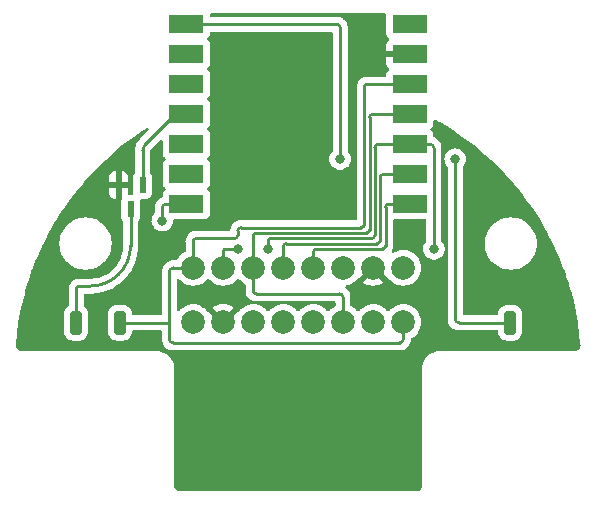
<source format=gbr>
%TF.GenerationSoftware,KiCad,Pcbnew,(6.0.9-0)*%
%TF.CreationDate,2022-12-21T15:53:10-08:00*%
%TF.ProjectId,trackball,74726163-6b62-4616-9c6c-2e6b69636164,v01*%
%TF.SameCoordinates,Original*%
%TF.FileFunction,Copper,L1,Top*%
%TF.FilePolarity,Positive*%
%FSLAX46Y46*%
G04 Gerber Fmt 4.6, Leading zero omitted, Abs format (unit mm)*
G04 Created by KiCad (PCBNEW (6.0.9-0)) date 2022-12-21 15:53:10*
%MOMM*%
%LPD*%
G01*
G04 APERTURE LIST*
G04 Aperture macros list*
%AMRoundRect*
0 Rectangle with rounded corners*
0 $1 Rounding radius*
0 $2 $3 $4 $5 $6 $7 $8 $9 X,Y pos of 4 corners*
0 Add a 4 corners polygon primitive as box body*
4,1,4,$2,$3,$4,$5,$6,$7,$8,$9,$2,$3,0*
0 Add four circle primitives for the rounded corners*
1,1,$1+$1,$2,$3*
1,1,$1+$1,$4,$5*
1,1,$1+$1,$6,$7*
1,1,$1+$1,$8,$9*
0 Add four rect primitives between the rounded corners*
20,1,$1+$1,$2,$3,$4,$5,0*
20,1,$1+$1,$4,$5,$6,$7,0*
20,1,$1+$1,$6,$7,$8,$9,0*
20,1,$1+$1,$8,$9,$2,$3,0*%
G04 Aperture macros list end*
%TA.AperFunction,SMDPad,CuDef*%
%ADD10R,3.000000X1.500000*%
%TD*%
%TA.AperFunction,SMDPad,CuDef*%
%ADD11R,0.558800X1.320800*%
%TD*%
%TA.AperFunction,SMDPad,CuDef*%
%ADD12RoundRect,0.250000X-0.250000X-0.750000X0.250000X-0.750000X0.250000X0.750000X-0.250000X0.750000X0*%
%TD*%
%TA.AperFunction,ComponentPad*%
%ADD13C,2.000000*%
%TD*%
%TA.AperFunction,ViaPad*%
%ADD14C,0.800000*%
%TD*%
%TA.AperFunction,Conductor*%
%ADD15C,0.250000*%
%TD*%
G04 APERTURE END LIST*
D10*
%TO.P,U1,1,A0*%
%TO.N,Net-(J3-Pad1)*%
X135050000Y-123380000D03*
%TO.P,U1,2,A1*%
%TO.N,unconnected-(U1-Pad2)*%
X135050000Y-125920000D03*
%TO.P,U1,3,A2*%
%TO.N,unconnected-(U1-Pad3)*%
X135050000Y-128460000D03*
%TO.P,U1,4,A3*%
%TO.N,Net-(Q1-Pad1)*%
X135050000Y-131000000D03*
%TO.P,U1,5,SDA*%
%TO.N,unconnected-(U1-Pad5)*%
X135050000Y-133540000D03*
%TO.P,U1,6,SCL*%
%TO.N,unconnected-(U1-Pad6)*%
X135050000Y-136080000D03*
%TO.P,U1,7,TX*%
%TO.N,Net-(U1-Pad7)*%
X135050000Y-138620000D03*
%TO.P,U1,8,5V*%
%TO.N,unconnected-(U1-Pad8)*%
X153950000Y-123380000D03*
%TO.P,U1,9,GND*%
%TO.N,GND*%
X153950000Y-125920000D03*
%TO.P,U1,10,3V*%
%TO.N,Net-(J1-Pad1)*%
X153950000Y-128460000D03*
%TO.P,U1,11,MO*%
%TO.N,Net-(U1-Pad11)*%
X153950000Y-131000000D03*
%TO.P,U1,12,MI*%
%TO.N,Net-(U1-Pad12)*%
X153950000Y-133540000D03*
%TO.P,U1,13,SCK*%
%TO.N,Net-(U1-Pad13)*%
X153950000Y-136080000D03*
%TO.P,U1,14,RX*%
%TO.N,Net-(U1-Pad14)*%
X153950000Y-138620000D03*
%TD*%
D11*
%TO.P,Q1,1,B*%
%TO.N,Net-(Q1-Pad1)*%
X131332000Y-137000000D03*
%TO.P,Q1,2,E*%
%TO.N,GND*%
X129300000Y-137000000D03*
%TO.P,Q1,3,C*%
%TO.N,Net-(J2-Pad1)*%
X130316000Y-139032000D03*
%TD*%
D12*
%TO.P,+,1,Pin_1*%
%TO.N,Net-(J1-Pad1)*%
X129400000Y-148650000D03*
%TD*%
%TO.P,-,1,Pin_1*%
%TO.N,Net-(J2-Pad1)*%
X125696304Y-148650000D03*
%TD*%
%TO.P,J3,1,Pin_1*%
%TO.N,Net-(J3-Pad1)*%
X162450000Y-148650000D03*
%TD*%
D13*
%TO.P,U2,1,RS*%
%TO.N,unconnected-(U2-Pad1)*%
X153390000Y-144000000D03*
%TO.P,U2,2,GD*%
%TO.N,GND*%
X150850000Y-144000000D03*
%TO.P,U2,3,MT*%
%TO.N,unconnected-(U2-Pad3)*%
X148310000Y-144000000D03*
%TO.P,U2,4,SS*%
%TO.N,Net-(U1-Pad14)*%
X145770000Y-144000000D03*
%TO.P,U2,5,SC*%
%TO.N,Net-(U1-Pad13)*%
X143230000Y-144000000D03*
%TO.P,U2,6,MO*%
%TO.N,Net-(U1-Pad11)*%
X140690000Y-144000000D03*
%TO.P,U2,7,MI*%
%TO.N,Net-(U1-Pad12)*%
X138150000Y-144000000D03*
%TO.P,U2,8,VI*%
%TO.N,Net-(J1-Pad1)*%
X135610000Y-144000000D03*
%TD*%
%TO.P,U3,1,RS*%
%TO.N,unconnected-(U3-Pad1)*%
X135610000Y-148600000D03*
%TO.P,U3,2,GD*%
%TO.N,GND*%
X138150000Y-148600000D03*
%TO.P,U3,3,MT*%
%TO.N,unconnected-(U3-Pad3)*%
X140690000Y-148600000D03*
%TO.P,U3,4,SS*%
%TO.N,Net-(U1-Pad7)*%
X143230000Y-148600000D03*
%TO.P,U3,5,SC*%
%TO.N,Net-(U1-Pad13)*%
X145770000Y-148600000D03*
%TO.P,U3,6,MO*%
%TO.N,Net-(U1-Pad11)*%
X148310000Y-148600000D03*
%TO.P,U3,7,MI*%
%TO.N,Net-(U1-Pad12)*%
X150850000Y-148600000D03*
%TO.P,U3,8,VI*%
%TO.N,Net-(J1-Pad1)*%
X153390000Y-148600000D03*
%TD*%
D14*
%TO.N,GND*%
X150150000Y-125950000D03*
%TO.N,Net-(U1-Pad12)*%
X139400000Y-142400000D03*
X141950000Y-142400000D03*
X156000000Y-142400000D03*
%TO.N,Net-(U1-Pad7)*%
X133000000Y-140000000D03*
%TO.N,Net-(J3-Pad1)*%
X157800000Y-134800000D03*
X148050000Y-134800000D03*
%TD*%
D15*
%TO.N,Net-(J3-Pad1)*%
X158100000Y-148650000D02*
G75*
G02*
X157800000Y-148350000I0J300000D01*
G01*
X157800000Y-134800000D02*
X157800000Y-148350000D01*
X158100000Y-148650000D02*
X162450000Y-148650000D01*
%TO.N,Net-(J1-Pad1)*%
X153400000Y-150050000D02*
G75*
G02*
X153100000Y-150350000I-300000J0D01*
G01*
X133900000Y-150350000D02*
X153100000Y-150350000D01*
X153400000Y-150050000D02*
X153400000Y-148610000D01*
X133900000Y-150350000D02*
G75*
G02*
X133600000Y-150050000I0J300000D01*
G01*
X133600000Y-148600000D02*
X133600000Y-150050000D01*
X153390000Y-148600000D02*
G75*
G02*
X153400000Y-148610000I0J-10000D01*
G01*
%TO.N,Net-(U1-Pad11)*%
X148300000Y-146450000D02*
G75*
G03*
X148050000Y-146200000I-250000J0D01*
G01*
X140950000Y-146200000D02*
X148050000Y-146200000D01*
X140690000Y-144000000D02*
X140690000Y-145940000D01*
X140950000Y-146200000D02*
G75*
G02*
X140690000Y-145940000I0J260000D01*
G01*
X148300000Y-146450000D02*
X148300000Y-148590000D01*
X148310000Y-148600000D02*
G75*
G02*
X148300000Y-148590000I0J10000D01*
G01*
%TO.N,Net-(J2-Pad1)*%
X125700000Y-145850000D02*
G75*
G02*
X126000000Y-145550000I300000J0D01*
G01*
X130316000Y-139032000D02*
X130316000Y-142134000D01*
X126900000Y-145550000D02*
G75*
G03*
X130316000Y-142134000I0J3416000D01*
G01*
X126900000Y-145550000D02*
X126000000Y-145550000D01*
X125700000Y-145850000D02*
X125700000Y-148646304D01*
X125696304Y-148650000D02*
G75*
G03*
X125700000Y-148646304I-4J3700D01*
G01*
%TO.N,Net-(J1-Pad1)*%
X133600000Y-144350000D02*
X133600000Y-148600000D01*
X129400000Y-148650000D02*
X133550000Y-148650000D01*
X133600000Y-148600000D02*
G75*
G02*
X133550000Y-148650000I-50000J0D01*
G01*
X133600000Y-144350000D02*
G75*
G02*
X133950000Y-144000000I350000J0D01*
G01*
X135610000Y-144000000D02*
X133950000Y-144000000D01*
%TO.N,Net-(Q1-Pad1)*%
X131350011Y-134050000D02*
G75*
G02*
X131562133Y-133537867I724289J0D01*
G01*
X134100000Y-131000000D02*
X131562133Y-133537867D01*
X131331987Y-136999987D02*
G75*
G03*
X131350000Y-136956545I-43487J43487D01*
G01*
X135050000Y-131000000D02*
X134100000Y-131000000D01*
X131350000Y-134050000D02*
X131350000Y-136956545D01*
%TO.N,Net-(J1-Pad1)*%
X139150000Y-141500000D02*
X135900000Y-141500000D01*
X153950000Y-128460000D02*
X150340000Y-128460000D01*
X150100000Y-128700000D02*
X150100000Y-140350000D01*
X149850000Y-140600000D02*
X139650000Y-140600000D01*
X139400000Y-140850000D02*
X139400000Y-141250000D01*
X135600000Y-141800000D02*
X135600000Y-143990000D01*
X139150000Y-141500000D02*
G75*
G03*
X139400000Y-141250000I0J250000D01*
G01*
X135610000Y-144000000D02*
G75*
G02*
X135600000Y-143990000I0J10000D01*
G01*
X150100000Y-128700000D02*
G75*
G02*
X150340000Y-128460000I240000J0D01*
G01*
X149850000Y-140600000D02*
G75*
G03*
X150100000Y-140350000I0J250000D01*
G01*
X135600000Y-141800000D02*
G75*
G02*
X135900000Y-141500000I300000J0D01*
G01*
X139400000Y-140850000D02*
G75*
G02*
X139650000Y-140600000I250000J0D01*
G01*
%TO.N,Net-(Q1-Pad1)*%
X131332000Y-137000000D02*
G75*
G03*
X131350000Y-136982000I0J18000D01*
G01*
%TO.N,GND*%
X153950000Y-125920000D02*
X150180000Y-125920000D01*
X150150000Y-125950000D02*
G75*
G02*
X150180000Y-125920000I30000J0D01*
G01*
%TO.N,Net-(U1-Pad11)*%
X150300000Y-141050000D02*
X140950000Y-141050000D01*
X150550000Y-131250000D02*
X150550000Y-140800000D01*
X140700000Y-141300000D02*
X140700000Y-143990000D01*
X153950000Y-131000000D02*
X150800000Y-131000000D01*
X150300000Y-141050000D02*
G75*
G03*
X150550000Y-140800000I0J250000D01*
G01*
X140690000Y-144000000D02*
G75*
G03*
X140700000Y-143990000I0J10000D01*
G01*
X140700000Y-141300000D02*
G75*
G02*
X140950000Y-141050000I250000J0D01*
G01*
X150550000Y-131250000D02*
G75*
G02*
X150800000Y-131000000I250000J0D01*
G01*
%TO.N,Net-(U1-Pad12)*%
X153950000Y-133540000D02*
X155690000Y-133540000D01*
X151000000Y-133800000D02*
X151000000Y-141250000D01*
X153950000Y-133540000D02*
X151260000Y-133540000D01*
X156000000Y-133850000D02*
X156000000Y-142400000D01*
X150750000Y-141500000D02*
X142200000Y-141500000D01*
X139400000Y-142400000D02*
X138400000Y-142400000D01*
X138150000Y-142650000D02*
X138150000Y-144000000D01*
X141950000Y-141750000D02*
X141950000Y-142400000D01*
X150750000Y-141500000D02*
G75*
G03*
X151000000Y-141250000I0J250000D01*
G01*
X151000000Y-133800000D02*
G75*
G02*
X151260000Y-133540000I260000J0D01*
G01*
X141950000Y-141750000D02*
G75*
G02*
X142200000Y-141500000I250000J0D01*
G01*
X156000000Y-133850000D02*
G75*
G03*
X155690000Y-133540000I-310000J0D01*
G01*
X138150000Y-142650000D02*
G75*
G02*
X138400000Y-142400000I250000J0D01*
G01*
%TO.N,Net-(U1-Pad13)*%
X151450000Y-136350000D02*
X151450000Y-141700000D01*
X143250000Y-142200000D02*
X143250000Y-143980000D01*
X151200000Y-141950000D02*
X143500000Y-141950000D01*
X153950000Y-136080000D02*
X151720000Y-136080000D01*
X143250000Y-142200000D02*
G75*
G02*
X143500000Y-141950000I250000J0D01*
G01*
X151450000Y-136350000D02*
G75*
G02*
X151720000Y-136080000I270000J0D01*
G01*
X143230000Y-144000000D02*
G75*
G03*
X143250000Y-143980000I0J20000D01*
G01*
X151200000Y-141950000D02*
G75*
G03*
X151450000Y-141700000I0J250000D01*
G01*
%TO.N,Net-(U1-Pad14)*%
X151650000Y-142400000D02*
X146050000Y-142400000D01*
X151900000Y-138850000D02*
X151900000Y-142150000D01*
X145800000Y-142650000D02*
X145800000Y-143970000D01*
X153950000Y-138620000D02*
X152130000Y-138620000D01*
X145800000Y-142650000D02*
G75*
G02*
X146050000Y-142400000I250000J0D01*
G01*
X151650000Y-142400000D02*
G75*
G03*
X151900000Y-142150000I0J250000D01*
G01*
X151900000Y-138850000D02*
G75*
G02*
X152130000Y-138620000I230000J0D01*
G01*
X145770000Y-144000000D02*
G75*
G03*
X145800000Y-143970000I0J30000D01*
G01*
%TO.N,Net-(U1-Pad7)*%
X135050000Y-138620000D02*
X133280000Y-138620000D01*
X133000000Y-138900000D02*
X133000000Y-140000000D01*
X133000000Y-138900000D02*
G75*
G02*
X133280000Y-138620000I280000J0D01*
G01*
%TO.N,Net-(J3-Pad1)*%
X148050000Y-123650000D02*
X148050000Y-134550000D01*
X135050000Y-123380000D02*
X147780000Y-123380000D01*
X148050000Y-134550000D02*
X148050000Y-134800000D01*
X148050000Y-123650000D02*
G75*
G03*
X147780000Y-123380000I-270000J0D01*
G01*
%TD*%
%TA.AperFunction,Conductor*%
%TO.N,GND*%
G36*
X151883621Y-122478502D02*
G01*
X151930114Y-122532158D01*
X151941500Y-122584500D01*
X151941500Y-124178134D01*
X151948255Y-124240316D01*
X151999385Y-124376705D01*
X152086739Y-124493261D01*
X152161344Y-124549174D01*
X152161760Y-124549486D01*
X152204275Y-124606345D01*
X152209301Y-124677164D01*
X152175241Y-124739457D01*
X152161760Y-124751138D01*
X152094277Y-124801714D01*
X152081715Y-124814276D01*
X152005214Y-124916351D01*
X151996676Y-124931946D01*
X151951522Y-125052394D01*
X151947895Y-125067649D01*
X151942369Y-125118514D01*
X151942000Y-125125328D01*
X151942000Y-125647885D01*
X151946475Y-125663124D01*
X151947865Y-125664329D01*
X151955548Y-125666000D01*
X154078000Y-125666000D01*
X154146121Y-125686002D01*
X154192614Y-125739658D01*
X154204000Y-125792000D01*
X154204000Y-126048000D01*
X154183998Y-126116121D01*
X154130342Y-126162614D01*
X154078000Y-126174000D01*
X151960116Y-126174000D01*
X151944877Y-126178475D01*
X151943672Y-126179865D01*
X151942001Y-126187548D01*
X151942001Y-126714669D01*
X151942371Y-126721490D01*
X151947895Y-126772352D01*
X151951521Y-126787604D01*
X151996676Y-126908054D01*
X152005214Y-126923649D01*
X152081715Y-127025724D01*
X152094277Y-127038286D01*
X152161760Y-127088862D01*
X152204275Y-127145722D01*
X152209300Y-127216540D01*
X152175241Y-127278833D01*
X152161762Y-127290513D01*
X152086739Y-127346739D01*
X151999385Y-127463295D01*
X151948255Y-127599684D01*
X151941500Y-127661866D01*
X151941500Y-127700500D01*
X151921498Y-127768621D01*
X151867842Y-127815114D01*
X151815500Y-127826500D01*
X150393995Y-127826500D01*
X150376241Y-127825243D01*
X150353364Y-127821987D01*
X150346385Y-127821914D01*
X150344120Y-127821890D01*
X150344118Y-127821890D01*
X150340000Y-127821847D01*
X150322397Y-127823977D01*
X150319681Y-127824275D01*
X150168764Y-127839139D01*
X150004109Y-127889087D01*
X149998654Y-127892003D01*
X149998651Y-127892004D01*
X149921223Y-127933391D01*
X149852362Y-127970198D01*
X149719354Y-128079354D01*
X149610198Y-128212362D01*
X149529087Y-128364109D01*
X149479139Y-128528764D01*
X149478532Y-128534931D01*
X149473379Y-128587247D01*
X149470027Y-128606231D01*
X149466500Y-128619970D01*
X149466500Y-128649982D01*
X149465422Y-128666428D01*
X149461882Y-128693317D01*
X149462437Y-128698345D01*
X149462274Y-128700000D01*
X149462620Y-128700000D01*
X149463637Y-128709208D01*
X149465739Y-128728252D01*
X149466500Y-128742078D01*
X149466500Y-139840500D01*
X149446498Y-139908621D01*
X149392842Y-139955114D01*
X149340500Y-139966500D01*
X139703995Y-139966500D01*
X139686241Y-139965243D01*
X139663364Y-139961987D01*
X139657211Y-139961923D01*
X139654134Y-139961890D01*
X139654129Y-139961890D01*
X139650000Y-139961847D01*
X139634589Y-139963712D01*
X139631829Y-139964015D01*
X139476804Y-139979283D01*
X139310263Y-140029803D01*
X139304808Y-140032719D01*
X139304805Y-140032720D01*
X139299449Y-140035583D01*
X139156779Y-140111842D01*
X139022248Y-140222248D01*
X138911842Y-140356779D01*
X138829803Y-140510263D01*
X138779283Y-140676804D01*
X138778676Y-140682965D01*
X138778675Y-140682971D01*
X138773299Y-140737558D01*
X138769947Y-140756543D01*
X138766499Y-140769972D01*
X138763585Y-140769224D01*
X138740862Y-140821351D01*
X138681810Y-140860763D01*
X138644223Y-140866500D01*
X135953995Y-140866500D01*
X135936241Y-140865243D01*
X135913364Y-140861987D01*
X135906809Y-140861918D01*
X135904126Y-140861890D01*
X135904123Y-140861890D01*
X135900000Y-140861847D01*
X135895911Y-140862342D01*
X135895907Y-140862342D01*
X135869627Y-140865522D01*
X135865474Y-140865954D01*
X135859234Y-140866500D01*
X135737280Y-140877170D01*
X135639434Y-140903388D01*
X135584815Y-140918023D01*
X135584813Y-140918024D01*
X135579505Y-140919446D01*
X135574524Y-140921769D01*
X135574523Y-140921769D01*
X135436454Y-140986151D01*
X135436449Y-140986154D01*
X135431467Y-140988477D01*
X135297666Y-141082166D01*
X135182166Y-141197666D01*
X135179009Y-141202175D01*
X135179007Y-141202177D01*
X135145521Y-141250000D01*
X135088477Y-141331467D01*
X135086154Y-141336449D01*
X135086151Y-141336454D01*
X135065274Y-141381226D01*
X135019446Y-141479505D01*
X134977170Y-141637280D01*
X134974930Y-141662894D01*
X134972615Y-141689352D01*
X134969134Y-141709712D01*
X134966500Y-141719970D01*
X134966500Y-141749983D01*
X134965422Y-141766429D01*
X134961882Y-141793317D01*
X134962716Y-141800867D01*
X134965739Y-141828253D01*
X134966500Y-141842080D01*
X134966500Y-142554562D01*
X134946498Y-142622683D01*
X134906335Y-142661994D01*
X134724807Y-142773235D01*
X134724799Y-142773241D01*
X134720584Y-142775824D01*
X134540031Y-142930031D01*
X134385824Y-143110584D01*
X134383245Y-143114792D01*
X134383241Y-143114798D01*
X134265867Y-143306335D01*
X134213219Y-143353966D01*
X134158434Y-143366500D01*
X134003995Y-143366500D01*
X133986241Y-143365243D01*
X133983360Y-143364833D01*
X133963364Y-143361987D01*
X133956809Y-143361918D01*
X133954126Y-143361890D01*
X133954123Y-143361890D01*
X133950000Y-143361847D01*
X133945914Y-143362341D01*
X133945903Y-143362342D01*
X133925317Y-143364833D01*
X133921166Y-143365265D01*
X133808717Y-143375104D01*
X133778565Y-143377742D01*
X133677153Y-143404915D01*
X133617648Y-143420859D01*
X133617646Y-143420860D01*
X133612338Y-143422282D01*
X133607357Y-143424605D01*
X133607356Y-143424605D01*
X133461353Y-143492687D01*
X133461350Y-143492689D01*
X133456372Y-143495010D01*
X133315403Y-143593717D01*
X133193717Y-143715403D01*
X133095010Y-143856372D01*
X133092689Y-143861350D01*
X133092687Y-143861353D01*
X133054380Y-143943503D01*
X133022282Y-144012338D01*
X132977742Y-144178565D01*
X132977262Y-144184053D01*
X132972325Y-144240477D01*
X132968847Y-144260827D01*
X132968472Y-144262286D01*
X132968471Y-144262292D01*
X132966500Y-144269970D01*
X132966500Y-144299982D01*
X132965422Y-144316429D01*
X132962873Y-144335786D01*
X132962873Y-144335791D01*
X132961882Y-144343317D01*
X132964225Y-144364539D01*
X132965739Y-144378253D01*
X132966500Y-144392080D01*
X132966500Y-147890500D01*
X132946498Y-147958621D01*
X132892842Y-148005114D01*
X132840500Y-148016500D01*
X130534500Y-148016500D01*
X130466379Y-147996498D01*
X130419886Y-147942842D01*
X130408500Y-147890500D01*
X130408500Y-147849600D01*
X130397526Y-147743834D01*
X130394872Y-147735877D01*
X130343868Y-147583002D01*
X130341550Y-147576054D01*
X130248478Y-147425652D01*
X130123303Y-147300695D01*
X130117072Y-147296854D01*
X129978968Y-147211725D01*
X129978966Y-147211724D01*
X129972738Y-147207885D01*
X129867002Y-147172814D01*
X129811389Y-147154368D01*
X129811387Y-147154368D01*
X129804861Y-147152203D01*
X129798025Y-147151503D01*
X129798022Y-147151502D01*
X129754969Y-147147091D01*
X129700400Y-147141500D01*
X129099600Y-147141500D01*
X129096354Y-147141837D01*
X129096350Y-147141837D01*
X129000692Y-147151762D01*
X129000688Y-147151763D01*
X128993834Y-147152474D01*
X128987298Y-147154655D01*
X128987296Y-147154655D01*
X128855194Y-147198728D01*
X128826054Y-147208450D01*
X128675652Y-147301522D01*
X128550695Y-147426697D01*
X128457885Y-147577262D01*
X128455581Y-147584209D01*
X128407311Y-147729740D01*
X128402203Y-147745139D01*
X128391500Y-147849600D01*
X128391500Y-149450400D01*
X128402474Y-149556166D01*
X128404655Y-149562702D01*
X128404655Y-149562704D01*
X128410842Y-149581248D01*
X128458450Y-149723946D01*
X128551522Y-149874348D01*
X128676697Y-149999305D01*
X128682927Y-150003145D01*
X128682928Y-150003146D01*
X128820090Y-150087694D01*
X128827262Y-150092115D01*
X128907005Y-150118564D01*
X128988611Y-150145632D01*
X128988613Y-150145632D01*
X128995139Y-150147797D01*
X129001975Y-150148497D01*
X129001978Y-150148498D01*
X129045031Y-150152909D01*
X129099600Y-150158500D01*
X129700400Y-150158500D01*
X129703646Y-150158163D01*
X129703650Y-150158163D01*
X129799308Y-150148238D01*
X129799312Y-150148237D01*
X129806166Y-150147526D01*
X129812702Y-150145345D01*
X129812704Y-150145345D01*
X129963377Y-150095076D01*
X129973946Y-150091550D01*
X130124348Y-149998478D01*
X130249305Y-149873303D01*
X130277992Y-149826765D01*
X130338275Y-149728968D01*
X130338276Y-149728966D01*
X130342115Y-149722738D01*
X130397797Y-149554861D01*
X130408500Y-149450400D01*
X130408500Y-149409500D01*
X130428502Y-149341379D01*
X130482158Y-149294886D01*
X130534500Y-149283500D01*
X132840500Y-149283500D01*
X132908621Y-149303502D01*
X132955114Y-149357158D01*
X132966500Y-149409500D01*
X132966500Y-149999982D01*
X132965422Y-150016428D01*
X132961882Y-150043317D01*
X132963976Y-150062278D01*
X132964257Y-150065116D01*
X132977170Y-150212720D01*
X133019446Y-150370495D01*
X133021769Y-150375476D01*
X133021769Y-150375477D01*
X133086151Y-150513546D01*
X133086154Y-150513551D01*
X133088477Y-150518533D01*
X133109175Y-150548092D01*
X133176856Y-150644750D01*
X133182166Y-150652334D01*
X133297666Y-150767834D01*
X133431467Y-150861523D01*
X133436449Y-150863846D01*
X133436454Y-150863849D01*
X133573708Y-150927851D01*
X133579505Y-150930554D01*
X133584813Y-150931976D01*
X133584815Y-150931977D01*
X133600374Y-150936146D01*
X133737280Y-150972830D01*
X133755706Y-150974442D01*
X133789351Y-150977386D01*
X133809699Y-150980863D01*
X133812291Y-150981529D01*
X133812295Y-150981530D01*
X133819970Y-150983500D01*
X133846005Y-150983500D01*
X133863755Y-150984757D01*
X133886636Y-150988013D01*
X133893679Y-150988087D01*
X133895880Y-150988110D01*
X133895882Y-150988110D01*
X133900000Y-150988153D01*
X133904090Y-150987658D01*
X133904091Y-150987658D01*
X133911747Y-150986731D01*
X133930907Y-150984413D01*
X133946042Y-150983500D01*
X153046005Y-150983500D01*
X153063759Y-150984757D01*
X153086636Y-150988013D01*
X153093191Y-150988082D01*
X153095874Y-150988110D01*
X153095877Y-150988110D01*
X153100000Y-150988153D01*
X153104089Y-150987658D01*
X153104093Y-150987658D01*
X153130373Y-150984478D01*
X153134526Y-150984046D01*
X153177248Y-150980308D01*
X153262720Y-150972830D01*
X153399626Y-150936146D01*
X153415185Y-150931977D01*
X153415187Y-150931976D01*
X153420495Y-150930554D01*
X153426292Y-150927851D01*
X153563546Y-150863849D01*
X153563551Y-150863846D01*
X153568533Y-150861523D01*
X153702334Y-150767834D01*
X153817834Y-150652334D01*
X153823145Y-150644750D01*
X153890825Y-150548092D01*
X153911523Y-150518533D01*
X153913846Y-150513551D01*
X153913849Y-150513546D01*
X153978231Y-150375477D01*
X153978231Y-150375476D01*
X153980554Y-150370495D01*
X154022830Y-150212720D01*
X154027386Y-150160649D01*
X154030863Y-150140301D01*
X154031529Y-150137709D01*
X154031530Y-150137705D01*
X154033500Y-150130030D01*
X154033500Y-150103995D01*
X154034757Y-150086242D01*
X154037432Y-150067447D01*
X154037432Y-150067446D01*
X154038013Y-150063364D01*
X154038153Y-150050000D01*
X154038042Y-150049081D01*
X154054098Y-149980687D01*
X154097846Y-149935444D01*
X154275193Y-149826765D01*
X154275203Y-149826758D01*
X154279416Y-149824176D01*
X154459969Y-149669969D01*
X154614176Y-149489416D01*
X154616755Y-149485208D01*
X154616759Y-149485202D01*
X154735654Y-149291183D01*
X154738240Y-149286963D01*
X154743896Y-149273310D01*
X154827211Y-149072167D01*
X154827212Y-149072165D01*
X154829105Y-149067594D01*
X154855841Y-148956231D01*
X154883380Y-148841524D01*
X154883381Y-148841518D01*
X154884535Y-148836711D01*
X154903165Y-148600000D01*
X154884535Y-148363289D01*
X154879741Y-148343317D01*
X154830260Y-148137218D01*
X154829105Y-148132406D01*
X154827211Y-148127833D01*
X154740135Y-147917611D01*
X154740133Y-147917607D01*
X154738240Y-147913037D01*
X154697374Y-147846350D01*
X154616759Y-147714798D01*
X154616755Y-147714792D01*
X154614176Y-147710584D01*
X154459969Y-147530031D01*
X154279416Y-147375824D01*
X154275208Y-147373245D01*
X154275202Y-147373241D01*
X154081183Y-147254346D01*
X154076963Y-147251760D01*
X154072393Y-147249867D01*
X154072389Y-147249865D01*
X153862167Y-147162789D01*
X153862165Y-147162788D01*
X153857594Y-147160895D01*
X153776808Y-147141500D01*
X153631524Y-147106620D01*
X153631518Y-147106619D01*
X153626711Y-147105465D01*
X153390000Y-147086835D01*
X153153289Y-147105465D01*
X153148482Y-147106619D01*
X153148476Y-147106620D01*
X153003192Y-147141500D01*
X152922406Y-147160895D01*
X152917835Y-147162788D01*
X152917833Y-147162789D01*
X152707611Y-147249865D01*
X152707607Y-147249867D01*
X152703037Y-147251760D01*
X152698817Y-147254346D01*
X152504798Y-147373241D01*
X152504792Y-147373245D01*
X152500584Y-147375824D01*
X152320031Y-147530031D01*
X152316823Y-147533787D01*
X152316818Y-147533792D01*
X152215811Y-147652056D01*
X152156361Y-147690866D01*
X152085366Y-147691372D01*
X152024189Y-147652056D01*
X151923182Y-147533792D01*
X151923177Y-147533787D01*
X151919969Y-147530031D01*
X151739416Y-147375824D01*
X151735208Y-147373245D01*
X151735202Y-147373241D01*
X151541183Y-147254346D01*
X151536963Y-147251760D01*
X151532393Y-147249867D01*
X151532389Y-147249865D01*
X151322167Y-147162789D01*
X151322165Y-147162788D01*
X151317594Y-147160895D01*
X151236808Y-147141500D01*
X151091524Y-147106620D01*
X151091518Y-147106619D01*
X151086711Y-147105465D01*
X150850000Y-147086835D01*
X150613289Y-147105465D01*
X150608482Y-147106619D01*
X150608476Y-147106620D01*
X150463192Y-147141500D01*
X150382406Y-147160895D01*
X150377835Y-147162788D01*
X150377833Y-147162789D01*
X150167611Y-147249865D01*
X150167607Y-147249867D01*
X150163037Y-147251760D01*
X150158817Y-147254346D01*
X149964798Y-147373241D01*
X149964792Y-147373245D01*
X149960584Y-147375824D01*
X149780031Y-147530031D01*
X149776823Y-147533787D01*
X149776818Y-147533792D01*
X149675811Y-147652056D01*
X149616361Y-147690866D01*
X149545366Y-147691372D01*
X149484189Y-147652056D01*
X149383182Y-147533792D01*
X149383177Y-147533787D01*
X149379969Y-147530031D01*
X149199416Y-147375824D01*
X149195208Y-147373245D01*
X149195202Y-147373241D01*
X148996963Y-147251760D01*
X148997696Y-147250565D01*
X148950688Y-147206177D01*
X148933500Y-147142647D01*
X148933500Y-146503995D01*
X148934757Y-146486241D01*
X148937432Y-146467445D01*
X148938013Y-146463364D01*
X148938153Y-146450000D01*
X148936288Y-146434589D01*
X148935984Y-146431819D01*
X148921923Y-146289046D01*
X148920717Y-146276804D01*
X148870197Y-146110263D01*
X148788158Y-145956779D01*
X148677752Y-145822248D01*
X148543221Y-145711842D01*
X148542418Y-145711413D01*
X148498067Y-145658341D01*
X148489222Y-145587897D01*
X148519866Y-145523854D01*
X148584184Y-145485539D01*
X148777594Y-145439105D01*
X148782167Y-145437211D01*
X148992389Y-145350135D01*
X148992393Y-145350133D01*
X148996963Y-145348240D01*
X149021723Y-145333067D01*
X149185556Y-145232670D01*
X149982160Y-145232670D01*
X149987887Y-145240320D01*
X150159042Y-145345205D01*
X150167837Y-145349687D01*
X150377988Y-145436734D01*
X150387373Y-145439783D01*
X150608554Y-145492885D01*
X150618301Y-145494428D01*
X150845070Y-145512275D01*
X150854930Y-145512275D01*
X151081699Y-145494428D01*
X151091446Y-145492885D01*
X151312627Y-145439783D01*
X151322012Y-145436734D01*
X151532163Y-145349687D01*
X151540958Y-145345205D01*
X151708445Y-145242568D01*
X151717907Y-145232110D01*
X151714124Y-145223334D01*
X150862812Y-144372022D01*
X150848868Y-144364408D01*
X150847035Y-144364539D01*
X150840420Y-144368790D01*
X149988920Y-145220290D01*
X149982160Y-145232670D01*
X149185556Y-145232670D01*
X149195202Y-145226759D01*
X149195208Y-145226755D01*
X149199416Y-145224176D01*
X149379969Y-145069969D01*
X149383177Y-145066213D01*
X149383182Y-145066208D01*
X149513706Y-144913384D01*
X149573156Y-144874574D01*
X149607558Y-144872360D01*
X149626667Y-144864123D01*
X150760905Y-143729885D01*
X150823217Y-143695859D01*
X150894032Y-143700924D01*
X150939095Y-143729885D01*
X152070290Y-144861080D01*
X152087102Y-144870260D01*
X152150350Y-144884020D01*
X152185775Y-144912776D01*
X152316819Y-145066208D01*
X152320031Y-145069969D01*
X152500584Y-145224176D01*
X152504792Y-145226755D01*
X152504798Y-145226759D01*
X152678277Y-145333067D01*
X152703037Y-145348240D01*
X152707607Y-145350133D01*
X152707611Y-145350135D01*
X152917833Y-145437211D01*
X152922406Y-145439105D01*
X152974310Y-145451566D01*
X153148476Y-145493380D01*
X153148482Y-145493381D01*
X153153289Y-145494535D01*
X153390000Y-145513165D01*
X153626711Y-145494535D01*
X153631518Y-145493381D01*
X153631524Y-145493380D01*
X153805690Y-145451566D01*
X153857594Y-145439105D01*
X153862167Y-145437211D01*
X154072389Y-145350135D01*
X154072393Y-145350133D01*
X154076963Y-145348240D01*
X154101723Y-145333067D01*
X154275202Y-145226759D01*
X154275208Y-145226755D01*
X154279416Y-145224176D01*
X154459969Y-145069969D01*
X154614176Y-144889416D01*
X154616755Y-144885208D01*
X154616759Y-144885202D01*
X154735654Y-144691183D01*
X154738240Y-144686963D01*
X154818402Y-144493435D01*
X154827211Y-144472167D01*
X154827212Y-144472165D01*
X154829105Y-144467594D01*
X154860749Y-144335786D01*
X154883380Y-144241524D01*
X154883381Y-144241518D01*
X154884535Y-144236711D01*
X154903165Y-144000000D01*
X154884535Y-143763289D01*
X154876516Y-143729885D01*
X154844951Y-143598411D01*
X154829105Y-143532406D01*
X154827211Y-143527833D01*
X154740135Y-143317611D01*
X154740133Y-143317607D01*
X154738240Y-143313037D01*
X154726516Y-143293905D01*
X154616759Y-143114798D01*
X154616755Y-143114792D01*
X154614176Y-143110584D01*
X154459969Y-142930031D01*
X154279416Y-142775824D01*
X154275203Y-142773242D01*
X154275202Y-142773241D01*
X154081183Y-142654346D01*
X154076963Y-142651760D01*
X154072393Y-142649867D01*
X154072389Y-142649865D01*
X153862167Y-142562789D01*
X153862165Y-142562788D01*
X153857594Y-142560895D01*
X153743548Y-142533515D01*
X153631524Y-142506620D01*
X153631518Y-142506619D01*
X153626711Y-142505465D01*
X153390000Y-142486835D01*
X153153289Y-142505465D01*
X153148482Y-142506619D01*
X153148476Y-142506620D01*
X153036452Y-142533515D01*
X152922406Y-142560895D01*
X152917835Y-142562788D01*
X152917833Y-142562789D01*
X152707611Y-142649865D01*
X152707607Y-142649867D01*
X152703037Y-142651760D01*
X152698817Y-142654346D01*
X152623753Y-142700345D01*
X152555219Y-142718883D01*
X152487542Y-142697426D01*
X152442209Y-142642787D01*
X152433613Y-142572313D01*
X152446797Y-142533515D01*
X152467278Y-142495198D01*
X152470197Y-142489737D01*
X152520717Y-142323196D01*
X152521324Y-142317035D01*
X152521325Y-142317029D01*
X152526701Y-142262442D01*
X152530053Y-142243457D01*
X152531528Y-142237713D01*
X152531528Y-142237709D01*
X152533500Y-142230030D01*
X152533500Y-142203995D01*
X152534757Y-142186242D01*
X152537432Y-142167447D01*
X152537432Y-142167446D01*
X152538013Y-142163364D01*
X152538153Y-142150000D01*
X152534413Y-142119093D01*
X152533500Y-142103958D01*
X152533500Y-140004500D01*
X152553502Y-139936379D01*
X152607158Y-139889886D01*
X152659500Y-139878500D01*
X155240500Y-139878500D01*
X155308621Y-139898502D01*
X155355114Y-139952158D01*
X155366500Y-140004500D01*
X155366500Y-141697476D01*
X155346498Y-141765597D01*
X155334142Y-141781779D01*
X155260960Y-141863056D01*
X155165473Y-142028444D01*
X155106458Y-142210072D01*
X155105768Y-142216633D01*
X155105768Y-142216635D01*
X155103553Y-142237713D01*
X155086496Y-142400000D01*
X155087186Y-142406565D01*
X155104607Y-142572313D01*
X155106458Y-142589928D01*
X155165473Y-142771556D01*
X155260960Y-142936944D01*
X155265378Y-142941851D01*
X155265379Y-142941852D01*
X155384325Y-143073955D01*
X155388747Y-143078866D01*
X155394696Y-143083188D01*
X155535326Y-143185362D01*
X155543248Y-143191118D01*
X155549276Y-143193802D01*
X155549278Y-143193803D01*
X155711681Y-143266109D01*
X155717712Y-143268794D01*
X155811113Y-143288647D01*
X155898056Y-143307128D01*
X155898061Y-143307128D01*
X155904513Y-143308500D01*
X156095487Y-143308500D01*
X156101939Y-143307128D01*
X156101944Y-143307128D01*
X156188887Y-143288647D01*
X156282288Y-143268794D01*
X156288319Y-143266109D01*
X156450722Y-143193803D01*
X156450724Y-143193802D01*
X156456752Y-143191118D01*
X156464675Y-143185362D01*
X156605304Y-143083188D01*
X156611253Y-143078866D01*
X156615675Y-143073955D01*
X156734621Y-142941852D01*
X156734622Y-142941851D01*
X156739040Y-142936944D01*
X156834527Y-142771556D01*
X156893542Y-142589928D01*
X156895394Y-142572313D01*
X156912814Y-142406565D01*
X156913504Y-142400000D01*
X156896447Y-142237713D01*
X156894232Y-142216635D01*
X156894232Y-142216633D01*
X156893542Y-142210072D01*
X156834527Y-142028444D01*
X156739040Y-141863056D01*
X156665863Y-141781785D01*
X156635147Y-141717779D01*
X156633500Y-141697476D01*
X156633500Y-134800000D01*
X156886496Y-134800000D01*
X156906458Y-134989928D01*
X156965473Y-135171556D01*
X157060960Y-135336944D01*
X157134137Y-135418215D01*
X157164853Y-135482221D01*
X157166500Y-135502524D01*
X157166500Y-148299982D01*
X157165422Y-148316428D01*
X157161882Y-148343317D01*
X157163556Y-148358476D01*
X157163976Y-148362278D01*
X157164257Y-148365116D01*
X157177170Y-148512720D01*
X157178594Y-148518033D01*
X157215178Y-148654565D01*
X157219446Y-148670495D01*
X157221769Y-148675476D01*
X157221769Y-148675477D01*
X157286151Y-148813546D01*
X157286154Y-148813551D01*
X157288477Y-148818533D01*
X157382166Y-148952334D01*
X157497666Y-149067834D01*
X157631467Y-149161523D01*
X157636449Y-149163846D01*
X157636454Y-149163849D01*
X157754163Y-149218737D01*
X157779505Y-149230554D01*
X157784813Y-149231976D01*
X157784815Y-149231977D01*
X157839434Y-149246612D01*
X157937280Y-149272830D01*
X157955706Y-149274442D01*
X157989351Y-149277386D01*
X158009699Y-149280863D01*
X158012291Y-149281529D01*
X158012295Y-149281530D01*
X158019970Y-149283500D01*
X158046005Y-149283500D01*
X158063755Y-149284757D01*
X158086636Y-149288013D01*
X158093679Y-149288087D01*
X158095880Y-149288110D01*
X158095882Y-149288110D01*
X158100000Y-149288153D01*
X158104090Y-149287658D01*
X158104091Y-149287658D01*
X158111747Y-149286731D01*
X158130907Y-149284413D01*
X158146042Y-149283500D01*
X161315500Y-149283500D01*
X161383621Y-149303502D01*
X161430114Y-149357158D01*
X161441500Y-149409500D01*
X161441500Y-149450400D01*
X161452474Y-149556166D01*
X161454655Y-149562702D01*
X161454655Y-149562704D01*
X161460842Y-149581248D01*
X161508450Y-149723946D01*
X161601522Y-149874348D01*
X161726697Y-149999305D01*
X161732927Y-150003145D01*
X161732928Y-150003146D01*
X161870090Y-150087694D01*
X161877262Y-150092115D01*
X161957005Y-150118564D01*
X162038611Y-150145632D01*
X162038613Y-150145632D01*
X162045139Y-150147797D01*
X162051975Y-150148497D01*
X162051978Y-150148498D01*
X162095031Y-150152909D01*
X162149600Y-150158500D01*
X162750400Y-150158500D01*
X162753646Y-150158163D01*
X162753650Y-150158163D01*
X162849308Y-150148238D01*
X162849312Y-150148237D01*
X162856166Y-150147526D01*
X162862702Y-150145345D01*
X162862704Y-150145345D01*
X163013377Y-150095076D01*
X163023946Y-150091550D01*
X163174348Y-149998478D01*
X163299305Y-149873303D01*
X163327992Y-149826765D01*
X163388275Y-149728968D01*
X163388276Y-149728966D01*
X163392115Y-149722738D01*
X163447797Y-149554861D01*
X163458500Y-149450400D01*
X163458500Y-147849600D01*
X163447526Y-147743834D01*
X163444872Y-147735877D01*
X163393868Y-147583002D01*
X163391550Y-147576054D01*
X163298478Y-147425652D01*
X163173303Y-147300695D01*
X163167072Y-147296854D01*
X163028968Y-147211725D01*
X163028966Y-147211724D01*
X163022738Y-147207885D01*
X162917002Y-147172814D01*
X162861389Y-147154368D01*
X162861387Y-147154368D01*
X162854861Y-147152203D01*
X162848025Y-147151503D01*
X162848022Y-147151502D01*
X162804969Y-147147091D01*
X162750400Y-147141500D01*
X162149600Y-147141500D01*
X162146354Y-147141837D01*
X162146350Y-147141837D01*
X162050692Y-147151762D01*
X162050688Y-147151763D01*
X162043834Y-147152474D01*
X162037298Y-147154655D01*
X162037296Y-147154655D01*
X161905194Y-147198728D01*
X161876054Y-147208450D01*
X161725652Y-147301522D01*
X161600695Y-147426697D01*
X161507885Y-147577262D01*
X161505581Y-147584209D01*
X161457311Y-147729740D01*
X161452203Y-147745139D01*
X161441500Y-147849600D01*
X161441500Y-147890500D01*
X161421498Y-147958621D01*
X161367842Y-148005114D01*
X161315500Y-148016500D01*
X158559500Y-148016500D01*
X158491379Y-147996498D01*
X158444886Y-147942842D01*
X158433500Y-147890500D01*
X158433500Y-141950004D01*
X160286762Y-141950004D01*
X160287032Y-141954123D01*
X160304597Y-142222100D01*
X160305697Y-142238890D01*
X160306501Y-142242930D01*
X160306501Y-142242933D01*
X160359234Y-142508040D01*
X160362176Y-142522832D01*
X160363502Y-142526738D01*
X160363503Y-142526742D01*
X160453724Y-142792522D01*
X160455235Y-142796974D01*
X160583280Y-143056623D01*
X160744120Y-143297339D01*
X160746832Y-143300431D01*
X160746837Y-143300438D01*
X160852445Y-143420859D01*
X160935005Y-143515000D01*
X160938094Y-143517709D01*
X161149566Y-143703167D01*
X161149572Y-143703172D01*
X161152666Y-143705885D01*
X161393381Y-143866725D01*
X161397080Y-143868549D01*
X161397085Y-143868552D01*
X161649336Y-143992948D01*
X161653031Y-143994770D01*
X161656929Y-143996093D01*
X161656931Y-143996094D01*
X161923263Y-144086502D01*
X161923267Y-144086503D01*
X161927173Y-144087829D01*
X161931217Y-144088633D01*
X161931223Y-144088635D01*
X162207072Y-144143504D01*
X162207075Y-144143504D01*
X162211115Y-144144308D01*
X162215226Y-144144577D01*
X162215230Y-144144578D01*
X162495882Y-144162973D01*
X162500001Y-144163243D01*
X162504120Y-144162973D01*
X162784772Y-144144578D01*
X162784776Y-144144577D01*
X162788887Y-144144308D01*
X162792927Y-144143504D01*
X162792930Y-144143504D01*
X163068779Y-144088635D01*
X163068785Y-144088633D01*
X163072829Y-144087829D01*
X163076735Y-144086503D01*
X163076739Y-144086502D01*
X163343071Y-143996094D01*
X163343073Y-143996093D01*
X163346971Y-143994770D01*
X163350666Y-143992948D01*
X163602917Y-143868552D01*
X163602922Y-143868549D01*
X163606621Y-143866725D01*
X163847336Y-143705885D01*
X163850430Y-143703172D01*
X163850436Y-143703167D01*
X164061908Y-143517709D01*
X164064997Y-143515000D01*
X164147557Y-143420859D01*
X164253165Y-143300438D01*
X164253170Y-143300431D01*
X164255882Y-143297339D01*
X164416722Y-143056623D01*
X164544767Y-142796974D01*
X164546278Y-142792522D01*
X164636499Y-142526742D01*
X164636500Y-142526738D01*
X164637826Y-142522832D01*
X164640769Y-142508040D01*
X164693501Y-142242933D01*
X164693501Y-142242930D01*
X164694305Y-142238890D01*
X164695406Y-142222100D01*
X164712970Y-141954123D01*
X164713240Y-141950004D01*
X164702970Y-141793317D01*
X164694575Y-141665233D01*
X164694574Y-141665229D01*
X164694305Y-141661118D01*
X164690653Y-141642758D01*
X164638632Y-141381226D01*
X164638630Y-141381220D01*
X164637826Y-141377176D01*
X164623559Y-141335145D01*
X164546091Y-141106934D01*
X164546090Y-141106932D01*
X164544767Y-141103034D01*
X164489831Y-140991634D01*
X164426071Y-140862342D01*
X164416722Y-140843385D01*
X164255882Y-140602669D01*
X164253170Y-140599577D01*
X164253165Y-140599570D01*
X164067706Y-140388097D01*
X164064997Y-140385008D01*
X164049658Y-140371556D01*
X163850436Y-140196841D01*
X163850430Y-140196836D01*
X163847336Y-140194123D01*
X163606621Y-140033283D01*
X163602922Y-140031459D01*
X163602917Y-140031456D01*
X163350666Y-139907060D01*
X163350664Y-139907059D01*
X163346971Y-139905238D01*
X163343071Y-139903914D01*
X163076739Y-139813506D01*
X163076735Y-139813505D01*
X163072829Y-139812179D01*
X163068785Y-139811375D01*
X163068779Y-139811373D01*
X162792930Y-139756504D01*
X162792927Y-139756504D01*
X162788887Y-139755700D01*
X162784776Y-139755431D01*
X162784772Y-139755430D01*
X162504120Y-139737035D01*
X162500001Y-139736765D01*
X162495882Y-139737035D01*
X162215230Y-139755430D01*
X162215226Y-139755431D01*
X162211115Y-139755700D01*
X162207075Y-139756504D01*
X162207072Y-139756504D01*
X161931223Y-139811373D01*
X161931217Y-139811375D01*
X161927173Y-139812179D01*
X161923267Y-139813505D01*
X161923263Y-139813506D01*
X161656931Y-139903914D01*
X161653031Y-139905238D01*
X161649338Y-139907059D01*
X161649336Y-139907060D01*
X161534462Y-139963710D01*
X161393382Y-140033283D01*
X161152666Y-140194123D01*
X161149574Y-140196835D01*
X161149567Y-140196840D01*
X160950344Y-140371556D01*
X160935005Y-140385008D01*
X160932296Y-140388097D01*
X160746837Y-140599570D01*
X160746832Y-140599577D01*
X160744120Y-140602669D01*
X160583280Y-140843385D01*
X160573931Y-140862342D01*
X160510172Y-140991634D01*
X160455235Y-141103034D01*
X160453912Y-141106932D01*
X160453911Y-141106934D01*
X160376444Y-141335145D01*
X160362176Y-141377176D01*
X160361372Y-141381220D01*
X160361370Y-141381226D01*
X160309349Y-141642758D01*
X160305697Y-141661118D01*
X160305428Y-141665229D01*
X160305427Y-141665233D01*
X160297741Y-141782492D01*
X160288806Y-141918814D01*
X160286762Y-141950004D01*
X158433500Y-141950004D01*
X158433500Y-135502524D01*
X158453502Y-135434403D01*
X158465858Y-135418221D01*
X158539040Y-135336944D01*
X158634527Y-135171556D01*
X158693542Y-134989928D01*
X158713504Y-134800000D01*
X158709934Y-134766034D01*
X158694232Y-134616635D01*
X158694232Y-134616633D01*
X158693542Y-134610072D01*
X158634527Y-134428444D01*
X158539040Y-134263056D01*
X158524726Y-134247158D01*
X158415675Y-134126045D01*
X158415674Y-134126044D01*
X158411253Y-134121134D01*
X158304148Y-134043317D01*
X158262094Y-134012763D01*
X158262093Y-134012762D01*
X158256752Y-134008882D01*
X158250724Y-134006198D01*
X158250722Y-134006197D01*
X158088319Y-133933891D01*
X158088318Y-133933891D01*
X158082288Y-133931206D01*
X157988887Y-133911353D01*
X157901944Y-133892872D01*
X157901939Y-133892872D01*
X157895487Y-133891500D01*
X157704513Y-133891500D01*
X157698061Y-133892872D01*
X157698056Y-133892872D01*
X157611113Y-133911353D01*
X157517712Y-133931206D01*
X157511682Y-133933891D01*
X157511681Y-133933891D01*
X157349278Y-134006197D01*
X157349276Y-134006198D01*
X157343248Y-134008882D01*
X157337907Y-134012762D01*
X157337906Y-134012763D01*
X157295852Y-134043317D01*
X157188747Y-134121134D01*
X157184326Y-134126044D01*
X157184325Y-134126045D01*
X157075275Y-134247158D01*
X157060960Y-134263056D01*
X156965473Y-134428444D01*
X156906458Y-134610072D01*
X156905768Y-134616633D01*
X156905768Y-134616635D01*
X156890066Y-134766034D01*
X156886496Y-134800000D01*
X156633500Y-134800000D01*
X156633500Y-133903995D01*
X156634757Y-133886241D01*
X156637432Y-133867445D01*
X156638013Y-133863364D01*
X156638153Y-133850000D01*
X156634620Y-133820805D01*
X156634186Y-133816649D01*
X156623791Y-133697839D01*
X156622715Y-133685537D01*
X156579987Y-133526071D01*
X156510216Y-133376448D01*
X156415524Y-133241213D01*
X156298787Y-133124476D01*
X156163552Y-133029784D01*
X156158574Y-133027463D01*
X156158571Y-133027461D01*
X156031250Y-132968090D01*
X155977965Y-132921172D01*
X155958500Y-132853895D01*
X155958500Y-132741866D01*
X155951745Y-132679684D01*
X155900615Y-132543295D01*
X155813261Y-132426739D01*
X155738657Y-132370826D01*
X155696142Y-132313966D01*
X155691116Y-132243148D01*
X155725176Y-132180855D01*
X155738657Y-132169174D01*
X155806080Y-132118643D01*
X155806081Y-132118642D01*
X155813261Y-132113261D01*
X155900615Y-131996705D01*
X155951745Y-131860316D01*
X155958500Y-131798134D01*
X155958500Y-131577869D01*
X155978502Y-131509748D01*
X156032158Y-131463255D01*
X156102432Y-131453151D01*
X156154383Y-131473025D01*
X156227003Y-131521430D01*
X156236241Y-131528215D01*
X156243325Y-131533932D01*
X156243328Y-131533934D01*
X156247110Y-131536986D01*
X156252309Y-131539994D01*
X156252525Y-131540164D01*
X156252781Y-131540267D01*
X156257975Y-131543272D01*
X156278713Y-131551317D01*
X156297030Y-131560189D01*
X156488552Y-131672886D01*
X157067030Y-132013281D01*
X157071227Y-132015862D01*
X157856495Y-132520278D01*
X157860578Y-132523016D01*
X158074111Y-132672285D01*
X158625498Y-133057732D01*
X158629481Y-133060633D01*
X159372934Y-133624868D01*
X159376794Y-133627918D01*
X160064441Y-134193502D01*
X160097607Y-134220781D01*
X160101342Y-134223977D01*
X160338069Y-134434729D01*
X160798441Y-134844586D01*
X160802056Y-134847934D01*
X161474330Y-135495299D01*
X161477812Y-135498786D01*
X161638497Y-135666109D01*
X162056425Y-136101303D01*
X162124261Y-136171942D01*
X162127594Y-136175551D01*
X162233541Y-136294883D01*
X162747244Y-136873484D01*
X162750442Y-136877231D01*
X163266772Y-137506739D01*
X163342331Y-137598861D01*
X163345378Y-137602728D01*
X163815000Y-138223269D01*
X163908569Y-138346908D01*
X163911460Y-138350885D01*
X164050826Y-138550830D01*
X164445165Y-139116578D01*
X164447903Y-139120675D01*
X164950360Y-139905238D01*
X164951250Y-139906628D01*
X164953817Y-139910816D01*
X165406762Y-140682971D01*
X165426031Y-140715820D01*
X165428432Y-140720103D01*
X165573752Y-140991634D01*
X165868828Y-141542987D01*
X165871068Y-141547376D01*
X166022069Y-141858153D01*
X166245029Y-142317029D01*
X166278951Y-142386845D01*
X166281011Y-142391305D01*
X166655765Y-143246097D01*
X166657637Y-143250605D01*
X166958743Y-144017648D01*
X166998685Y-144119397D01*
X167000392Y-144124009D01*
X167064938Y-144309446D01*
X167307193Y-145005424D01*
X167308722Y-145010108D01*
X167327945Y-145073177D01*
X167542742Y-145777895D01*
X167580837Y-145902881D01*
X167582177Y-145907609D01*
X167657598Y-146194886D01*
X167819171Y-146810316D01*
X167820329Y-146815105D01*
X168021852Y-147726414D01*
X168022821Y-147731245D01*
X168188552Y-148649700D01*
X168189332Y-148654564D01*
X168319024Y-149578785D01*
X168319024Y-149578787D01*
X168319612Y-149583662D01*
X168406534Y-150447319D01*
X168408696Y-150468803D01*
X168408987Y-150490694D01*
X168407641Y-150508919D01*
X168409519Y-150517696D01*
X168409831Y-150522240D01*
X168412081Y-150548088D01*
X168409572Y-150615448D01*
X168409572Y-150615451D01*
X168404988Y-150644749D01*
X168400914Y-150659293D01*
X168381833Y-150727402D01*
X168370526Y-150754821D01*
X168328695Y-150829765D01*
X168311294Y-150853780D01*
X168286180Y-150881009D01*
X168253099Y-150916877D01*
X168230570Y-150936156D01*
X168167622Y-150978289D01*
X168159241Y-150983899D01*
X168132824Y-150997381D01*
X168052310Y-151027129D01*
X168023474Y-151034062D01*
X167962243Y-151041320D01*
X167945876Y-151042187D01*
X167938564Y-151042098D01*
X167929688Y-151040716D01*
X167906620Y-151043733D01*
X167898132Y-151044843D01*
X167881792Y-151045907D01*
X156553252Y-151045907D01*
X156532347Y-151044161D01*
X156517346Y-151041637D01*
X156517343Y-151041637D01*
X156512554Y-151040831D01*
X156506315Y-151040755D01*
X156504862Y-151040737D01*
X156504859Y-151040737D01*
X156500002Y-151040678D01*
X156485296Y-151042784D01*
X156476443Y-151043733D01*
X156289258Y-151057121D01*
X156284770Y-151057442D01*
X156201960Y-151075456D01*
X156078310Y-151102354D01*
X156078307Y-151102355D01*
X156073921Y-151103309D01*
X156069719Y-151104876D01*
X156069713Y-151104878D01*
X155875957Y-151177146D01*
X155871745Y-151178717D01*
X155682358Y-151282130D01*
X155509617Y-151411443D01*
X155357037Y-151564024D01*
X155227725Y-151736766D01*
X155124313Y-151926153D01*
X155122744Y-151930359D01*
X155122742Y-151930364D01*
X155050480Y-152124110D01*
X155050478Y-152124117D01*
X155048907Y-152128329D01*
X155047952Y-152132719D01*
X155047950Y-152132726D01*
X155022884Y-152247957D01*
X155003040Y-152339179D01*
X155002719Y-152343666D01*
X155002719Y-152343667D01*
X154990543Y-152513936D01*
X154989117Y-152525856D01*
X154987232Y-152537059D01*
X154987231Y-152537066D01*
X154986425Y-152541859D01*
X154986272Y-152554411D01*
X154986962Y-152559227D01*
X154990228Y-152582033D01*
X154991501Y-152599896D01*
X154991501Y-162400633D01*
X154990001Y-162420018D01*
X154986310Y-162443724D01*
X154987474Y-162452626D01*
X154987490Y-162452750D01*
X154987761Y-162483193D01*
X154980767Y-162545264D01*
X154974489Y-162572768D01*
X154947514Y-162649859D01*
X154935274Y-162675275D01*
X154891823Y-162744427D01*
X154874231Y-162766486D01*
X154816486Y-162824231D01*
X154794427Y-162841823D01*
X154725275Y-162885274D01*
X154699854Y-162897516D01*
X154622772Y-162924488D01*
X154595266Y-162930767D01*
X154579408Y-162932554D01*
X154539780Y-162937019D01*
X154524138Y-162936605D01*
X154524123Y-162937800D01*
X154515147Y-162937690D01*
X154506276Y-162936309D01*
X154497374Y-162937473D01*
X154497372Y-162937473D01*
X154482323Y-162939441D01*
X154474714Y-162940436D01*
X154458379Y-162941500D01*
X134549367Y-162941500D01*
X134529982Y-162940000D01*
X134515149Y-162937690D01*
X134515145Y-162937690D01*
X134506276Y-162936309D01*
X134497374Y-162937473D01*
X134497369Y-162937473D01*
X134497250Y-162937489D01*
X134466813Y-162937760D01*
X134404737Y-162930766D01*
X134377229Y-162924487D01*
X134300147Y-162897515D01*
X134274726Y-162885273D01*
X134205574Y-162841822D01*
X134183515Y-162824230D01*
X134125770Y-162766485D01*
X134108178Y-162744426D01*
X134064727Y-162675274D01*
X134052485Y-162649853D01*
X134025513Y-162572771D01*
X134019235Y-162545266D01*
X134013171Y-162491456D01*
X134012889Y-162466639D01*
X134013577Y-162462552D01*
X134013730Y-162450000D01*
X134009774Y-162422376D01*
X134008501Y-162404514D01*
X134008501Y-152607660D01*
X134010247Y-152586754D01*
X134011042Y-152582033D01*
X134013577Y-152566963D01*
X134013730Y-152554411D01*
X134011597Y-152539515D01*
X134010647Y-152530655D01*
X133997275Y-152343669D01*
X133997275Y-152343667D01*
X133996954Y-152339180D01*
X133951088Y-152128331D01*
X133875682Y-151926156D01*
X133772270Y-151736770D01*
X133642959Y-151564029D01*
X133490380Y-151411449D01*
X133317640Y-151282136D01*
X133128255Y-151178723D01*
X132926080Y-151103316D01*
X132921685Y-151102360D01*
X132921682Y-151102359D01*
X132719632Y-151058405D01*
X132719630Y-151058405D01*
X132715232Y-151057448D01*
X132540467Y-151044948D01*
X132528556Y-151043523D01*
X132517354Y-151041638D01*
X132517347Y-151041637D01*
X132512554Y-151040831D01*
X132506278Y-151040755D01*
X132504862Y-151040737D01*
X132504859Y-151040737D01*
X132500002Y-151040678D01*
X132480890Y-151043415D01*
X132472378Y-151044634D01*
X132454516Y-151045907D01*
X121125948Y-151045907D01*
X121106560Y-151044406D01*
X121091740Y-151042098D01*
X121091739Y-151042098D01*
X121082865Y-151040716D01*
X121073964Y-151041880D01*
X121069412Y-151041824D01*
X121043460Y-151041980D01*
X121018231Y-151038989D01*
X120976529Y-151034046D01*
X120947694Y-151027113D01*
X120867183Y-150997366D01*
X120840771Y-150983888D01*
X120769441Y-150936144D01*
X120746911Y-150916863D01*
X120688719Y-150853771D01*
X120671322Y-150829763D01*
X120629485Y-150754809D01*
X120618182Y-150727397D01*
X120595027Y-150644745D01*
X120590444Y-150615448D01*
X120588141Y-150553606D01*
X120588598Y-150537220D01*
X120589256Y-150530164D01*
X120591348Y-150521435D01*
X120590057Y-150495258D01*
X120590537Y-150476436D01*
X120591762Y-150464266D01*
X120680389Y-149583661D01*
X120680977Y-149578785D01*
X120683419Y-149561389D01*
X120810670Y-148654556D01*
X120811449Y-148649700D01*
X120977181Y-147731245D01*
X120978150Y-147726414D01*
X121179673Y-146815105D01*
X121180831Y-146810316D01*
X121344196Y-146188056D01*
X121417824Y-145907609D01*
X121419164Y-145902881D01*
X121469008Y-145739352D01*
X121620060Y-145243769D01*
X121691280Y-145010108D01*
X121692809Y-145005424D01*
X121923273Y-144343317D01*
X121999609Y-144124009D01*
X122001316Y-144119397D01*
X122043343Y-144012338D01*
X122342357Y-143250622D01*
X122344245Y-143246075D01*
X122390807Y-143139871D01*
X122718991Y-142391305D01*
X122721051Y-142386845D01*
X122782926Y-142259500D01*
X122933303Y-141950004D01*
X124286762Y-141950004D01*
X124287032Y-141954123D01*
X124304597Y-142222100D01*
X124305697Y-142238890D01*
X124306501Y-142242930D01*
X124306501Y-142242933D01*
X124359234Y-142508040D01*
X124362176Y-142522832D01*
X124363502Y-142526738D01*
X124363503Y-142526742D01*
X124453724Y-142792522D01*
X124455235Y-142796974D01*
X124583280Y-143056623D01*
X124744120Y-143297339D01*
X124746832Y-143300431D01*
X124746837Y-143300438D01*
X124852445Y-143420859D01*
X124935005Y-143515000D01*
X124938094Y-143517709D01*
X125149566Y-143703167D01*
X125149572Y-143703172D01*
X125152666Y-143705885D01*
X125393381Y-143866725D01*
X125397080Y-143868549D01*
X125397085Y-143868552D01*
X125649336Y-143992948D01*
X125653031Y-143994770D01*
X125656929Y-143996093D01*
X125656931Y-143996094D01*
X125923263Y-144086502D01*
X125923267Y-144086503D01*
X125927173Y-144087829D01*
X125931217Y-144088633D01*
X125931223Y-144088635D01*
X126207072Y-144143504D01*
X126207075Y-144143504D01*
X126211115Y-144144308D01*
X126215226Y-144144577D01*
X126215230Y-144144578D01*
X126495882Y-144162973D01*
X126500001Y-144163243D01*
X126504120Y-144162973D01*
X126784772Y-144144578D01*
X126784776Y-144144577D01*
X126788887Y-144144308D01*
X126792927Y-144143504D01*
X126792930Y-144143504D01*
X127068779Y-144088635D01*
X127068785Y-144088633D01*
X127072829Y-144087829D01*
X127076735Y-144086503D01*
X127076739Y-144086502D01*
X127343071Y-143996094D01*
X127343073Y-143996093D01*
X127346971Y-143994770D01*
X127350666Y-143992948D01*
X127602917Y-143868552D01*
X127602922Y-143868549D01*
X127606621Y-143866725D01*
X127847336Y-143705885D01*
X127850430Y-143703172D01*
X127850436Y-143703167D01*
X128061908Y-143517709D01*
X128064997Y-143515000D01*
X128147557Y-143420859D01*
X128253165Y-143300438D01*
X128253170Y-143300431D01*
X128255882Y-143297339D01*
X128416722Y-143056623D01*
X128544767Y-142796974D01*
X128546278Y-142792522D01*
X128636499Y-142526742D01*
X128636500Y-142526738D01*
X128637826Y-142522832D01*
X128640769Y-142508040D01*
X128693501Y-142242933D01*
X128693501Y-142242930D01*
X128694305Y-142238890D01*
X128695406Y-142222100D01*
X128712970Y-141954123D01*
X128713240Y-141950004D01*
X128702970Y-141793317D01*
X128694575Y-141665233D01*
X128694574Y-141665229D01*
X128694305Y-141661118D01*
X128690653Y-141642758D01*
X128638632Y-141381226D01*
X128638630Y-141381220D01*
X128637826Y-141377176D01*
X128623559Y-141335145D01*
X128546091Y-141106934D01*
X128546090Y-141106932D01*
X128544767Y-141103034D01*
X128489831Y-140991634D01*
X128426071Y-140862342D01*
X128416722Y-140843385D01*
X128255882Y-140602669D01*
X128253170Y-140599577D01*
X128253165Y-140599570D01*
X128067706Y-140388097D01*
X128064997Y-140385008D01*
X128049658Y-140371556D01*
X127850436Y-140196841D01*
X127850430Y-140196836D01*
X127847336Y-140194123D01*
X127606621Y-140033283D01*
X127602922Y-140031459D01*
X127602917Y-140031456D01*
X127350666Y-139907060D01*
X127350664Y-139907059D01*
X127346971Y-139905238D01*
X127343071Y-139903914D01*
X127076739Y-139813506D01*
X127076735Y-139813505D01*
X127072829Y-139812179D01*
X127068785Y-139811375D01*
X127068779Y-139811373D01*
X126792930Y-139756504D01*
X126792927Y-139756504D01*
X126788887Y-139755700D01*
X126784776Y-139755431D01*
X126784772Y-139755430D01*
X126504120Y-139737035D01*
X126500001Y-139736765D01*
X126495882Y-139737035D01*
X126215230Y-139755430D01*
X126215226Y-139755431D01*
X126211115Y-139755700D01*
X126207075Y-139756504D01*
X126207072Y-139756504D01*
X125931223Y-139811373D01*
X125931217Y-139811375D01*
X125927173Y-139812179D01*
X125923267Y-139813505D01*
X125923263Y-139813506D01*
X125656931Y-139903914D01*
X125653031Y-139905238D01*
X125649338Y-139907059D01*
X125649336Y-139907060D01*
X125534462Y-139963710D01*
X125393382Y-140033283D01*
X125152666Y-140194123D01*
X125149574Y-140196835D01*
X125149567Y-140196840D01*
X124950344Y-140371556D01*
X124935005Y-140385008D01*
X124932296Y-140388097D01*
X124746837Y-140599570D01*
X124746832Y-140599577D01*
X124744120Y-140602669D01*
X124583280Y-140843385D01*
X124573931Y-140862342D01*
X124510172Y-140991634D01*
X124455235Y-141103034D01*
X124453912Y-141106932D01*
X124453911Y-141106934D01*
X124376444Y-141335145D01*
X124362176Y-141377176D01*
X124361372Y-141381220D01*
X124361370Y-141381226D01*
X124309349Y-141642758D01*
X124305697Y-141661118D01*
X124305428Y-141665229D01*
X124305427Y-141665233D01*
X124297741Y-141782492D01*
X124288806Y-141918814D01*
X124286762Y-141950004D01*
X122933303Y-141950004D01*
X122948458Y-141918814D01*
X123128933Y-141547375D01*
X123131173Y-141542986D01*
X123429183Y-140986151D01*
X123571569Y-140720102D01*
X123573962Y-140715834D01*
X123957191Y-140062527D01*
X124046177Y-139910829D01*
X124048752Y-139906628D01*
X124552098Y-139120675D01*
X124554836Y-139116578D01*
X125088536Y-138350894D01*
X125091433Y-138346908D01*
X125577172Y-137705069D01*
X128512601Y-137705069D01*
X128512971Y-137711890D01*
X128518495Y-137762752D01*
X128522121Y-137778004D01*
X128567276Y-137898454D01*
X128575814Y-137914049D01*
X128652315Y-138016124D01*
X128664876Y-138028685D01*
X128766951Y-138105186D01*
X128782546Y-138113724D01*
X128902994Y-138158878D01*
X128918249Y-138162505D01*
X128969114Y-138168031D01*
X128975928Y-138168400D01*
X129027885Y-138168400D01*
X129043124Y-138163925D01*
X129044329Y-138162535D01*
X129046000Y-138154852D01*
X129046000Y-137272115D01*
X129041525Y-137256876D01*
X129040135Y-137255671D01*
X129032452Y-137254000D01*
X128530716Y-137254000D01*
X128515477Y-137258475D01*
X128514272Y-137259865D01*
X128512601Y-137267548D01*
X128512601Y-137705069D01*
X125577172Y-137705069D01*
X125654621Y-137602731D01*
X125657670Y-137598861D01*
X126249559Y-136877231D01*
X126252758Y-136873483D01*
X126382025Y-136727885D01*
X128512600Y-136727885D01*
X128517075Y-136743124D01*
X128518465Y-136744329D01*
X128526148Y-136746000D01*
X129027885Y-136746000D01*
X129043124Y-136741525D01*
X129044329Y-136740135D01*
X129046000Y-136732452D01*
X129046000Y-136727885D01*
X129554000Y-136727885D01*
X129558475Y-136743124D01*
X129559865Y-136744329D01*
X129567548Y-136746000D01*
X130069284Y-136746000D01*
X130084523Y-136741525D01*
X130085728Y-136740135D01*
X130087399Y-136732452D01*
X130087399Y-136294931D01*
X130087029Y-136288110D01*
X130081505Y-136237248D01*
X130077879Y-136221996D01*
X130032724Y-136101546D01*
X130024186Y-136085951D01*
X129947685Y-135983876D01*
X129935124Y-135971315D01*
X129833049Y-135894814D01*
X129817454Y-135886276D01*
X129697006Y-135841122D01*
X129681751Y-135837495D01*
X129630886Y-135831969D01*
X129624072Y-135831600D01*
X129572115Y-135831600D01*
X129556876Y-135836075D01*
X129555671Y-135837465D01*
X129554000Y-135845148D01*
X129554000Y-136727885D01*
X129046000Y-136727885D01*
X129046000Y-135849716D01*
X129041525Y-135834477D01*
X129040135Y-135833272D01*
X129032452Y-135831601D01*
X128975931Y-135831601D01*
X128969110Y-135831971D01*
X128918248Y-135837495D01*
X128902996Y-135841121D01*
X128782546Y-135886276D01*
X128766951Y-135894814D01*
X128664876Y-135971315D01*
X128652315Y-135983876D01*
X128575814Y-136085951D01*
X128567276Y-136101546D01*
X128522122Y-136221994D01*
X128518495Y-136237249D01*
X128512969Y-136288114D01*
X128512600Y-136294928D01*
X128512600Y-136727885D01*
X126382025Y-136727885D01*
X126872407Y-136175550D01*
X126875740Y-136171941D01*
X126943343Y-136101546D01*
X127320795Y-135708500D01*
X127522189Y-135498786D01*
X127525671Y-135495299D01*
X128197946Y-134847934D01*
X128201561Y-134844586D01*
X128661933Y-134434729D01*
X128898660Y-134223977D01*
X128902395Y-134220781D01*
X128935562Y-134193502D01*
X129623208Y-133627918D01*
X129627068Y-133624868D01*
X130370521Y-133060633D01*
X130374504Y-133057732D01*
X130925891Y-132672285D01*
X131139424Y-132523016D01*
X131143507Y-132520278D01*
X131277950Y-132433919D01*
X131669188Y-132182607D01*
X131737313Y-132162620D01*
X131805429Y-132182637D01*
X131851910Y-132236303D01*
X131861999Y-132306579D01*
X131832491Y-132371153D01*
X131826380Y-132377715D01*
X131152355Y-133051740D01*
X131138917Y-133063402D01*
X131123728Y-133074807D01*
X131123718Y-133074816D01*
X131120424Y-133077289D01*
X131117477Y-133080175D01*
X131117476Y-133080176D01*
X131113819Y-133083757D01*
X131113814Y-133083763D01*
X131110876Y-133086640D01*
X131108336Y-133089880D01*
X131093521Y-133108775D01*
X131089104Y-133114100D01*
X130994760Y-133221687D01*
X130992470Y-133225114D01*
X130992468Y-133225117D01*
X130898173Y-133366246D01*
X130895882Y-133369675D01*
X130817167Y-133529303D01*
X130759959Y-133697839D01*
X130725238Y-133872400D01*
X130724968Y-133876517D01*
X130724968Y-133876518D01*
X130720414Y-133945994D01*
X130719077Y-133954376D01*
X130719465Y-133954425D01*
X130718471Y-133962292D01*
X130716500Y-133969970D01*
X130716500Y-133999982D01*
X130715422Y-134016425D01*
X130711882Y-134043317D01*
X130712716Y-134050867D01*
X130715739Y-134078253D01*
X130716500Y-134092080D01*
X130716500Y-135898787D01*
X130696498Y-135966908D01*
X130689064Y-135976133D01*
X130689339Y-135976339D01*
X130601985Y-136092895D01*
X130550855Y-136229284D01*
X130544100Y-136291466D01*
X130544100Y-137708534D01*
X130544469Y-137711931D01*
X130545725Y-137723492D01*
X130533197Y-137793374D01*
X130484877Y-137845390D01*
X130420462Y-137863100D01*
X130211033Y-137863100D01*
X130142912Y-137843098D01*
X130096419Y-137789442D01*
X130085770Y-137723491D01*
X130087031Y-137711883D01*
X130087400Y-137705072D01*
X130087400Y-137272115D01*
X130082925Y-137256876D01*
X130081535Y-137255671D01*
X130073852Y-137254000D01*
X129572115Y-137254000D01*
X129556876Y-137258475D01*
X129555671Y-137259865D01*
X129554000Y-137267548D01*
X129554000Y-138168399D01*
X129552021Y-138168399D01*
X129552019Y-138214543D01*
X129549106Y-138223269D01*
X129534855Y-138261284D01*
X129528100Y-138323466D01*
X129528100Y-139740534D01*
X129534855Y-139802716D01*
X129585985Y-139939105D01*
X129615642Y-139978676D01*
X129657326Y-140034295D01*
X129682174Y-140100801D01*
X129682500Y-140109860D01*
X129682500Y-142083982D01*
X129681422Y-142100428D01*
X129679958Y-142111550D01*
X129677882Y-142127317D01*
X129679075Y-142138120D01*
X129680041Y-142146873D01*
X129680604Y-142167765D01*
X129668301Y-142386845D01*
X129665401Y-142438476D01*
X129663820Y-142452512D01*
X129645083Y-142562789D01*
X129613922Y-142746188D01*
X129610778Y-142759963D01*
X129599051Y-142800669D01*
X129528313Y-143046204D01*
X129523646Y-143059540D01*
X129471530Y-143185362D01*
X129418646Y-143313037D01*
X129409654Y-143334745D01*
X129403525Y-143347472D01*
X129259430Y-143608191D01*
X129251923Y-143620139D01*
X129146852Y-143768223D01*
X129079536Y-143863096D01*
X129070736Y-143874131D01*
X128879044Y-144088635D01*
X128872240Y-144096249D01*
X128862250Y-144106239D01*
X128640131Y-144304736D01*
X128629099Y-144313534D01*
X128386139Y-144485923D01*
X128374191Y-144493430D01*
X128113472Y-144637525D01*
X128100750Y-144643652D01*
X128007229Y-144682389D01*
X127825540Y-144757646D01*
X127812204Y-144762313D01*
X127525964Y-144844778D01*
X127512188Y-144847922D01*
X127411410Y-144865045D01*
X127218512Y-144897820D01*
X127204480Y-144899401D01*
X126941064Y-144914194D01*
X126917553Y-144913313D01*
X126917044Y-144913246D01*
X126914214Y-144912873D01*
X126914210Y-144912873D01*
X126906683Y-144911882D01*
X126876240Y-144915243D01*
X126871747Y-144915739D01*
X126857920Y-144916500D01*
X126053995Y-144916500D01*
X126036241Y-144915243D01*
X126033522Y-144914856D01*
X126013364Y-144911987D01*
X126006809Y-144911918D01*
X126004126Y-144911890D01*
X126004123Y-144911890D01*
X126000000Y-144911847D01*
X125995911Y-144912342D01*
X125995907Y-144912342D01*
X125969627Y-144915522D01*
X125965474Y-144915954D01*
X125959234Y-144916500D01*
X125837280Y-144927170D01*
X125759751Y-144947944D01*
X125684815Y-144968023D01*
X125684813Y-144968024D01*
X125679505Y-144969446D01*
X125674524Y-144971769D01*
X125674523Y-144971769D01*
X125536454Y-145036151D01*
X125536449Y-145036154D01*
X125531467Y-145038477D01*
X125397666Y-145132166D01*
X125282166Y-145247666D01*
X125188477Y-145381467D01*
X125186154Y-145386449D01*
X125186151Y-145386454D01*
X125135572Y-145494923D01*
X125119446Y-145529505D01*
X125077170Y-145687280D01*
X125075022Y-145711842D01*
X125072615Y-145739352D01*
X125069134Y-145759712D01*
X125066500Y-145769970D01*
X125066500Y-145799983D01*
X125065422Y-145816429D01*
X125061882Y-145843317D01*
X125062716Y-145850867D01*
X125065739Y-145878253D01*
X125066500Y-145892080D01*
X125066500Y-147172814D01*
X125046498Y-147240935D01*
X125006803Y-147279958D01*
X124971956Y-147301522D01*
X124846999Y-147426697D01*
X124754189Y-147577262D01*
X124751885Y-147584209D01*
X124703615Y-147729740D01*
X124698507Y-147745139D01*
X124687804Y-147849600D01*
X124687804Y-149450400D01*
X124698778Y-149556166D01*
X124700959Y-149562702D01*
X124700959Y-149562704D01*
X124707146Y-149581248D01*
X124754754Y-149723946D01*
X124847826Y-149874348D01*
X124973001Y-149999305D01*
X124979231Y-150003145D01*
X124979232Y-150003146D01*
X125116394Y-150087694D01*
X125123566Y-150092115D01*
X125203309Y-150118564D01*
X125284915Y-150145632D01*
X125284917Y-150145632D01*
X125291443Y-150147797D01*
X125298279Y-150148497D01*
X125298282Y-150148498D01*
X125341335Y-150152909D01*
X125395904Y-150158500D01*
X125996704Y-150158500D01*
X125999950Y-150158163D01*
X125999954Y-150158163D01*
X126095612Y-150148238D01*
X126095616Y-150148237D01*
X126102470Y-150147526D01*
X126109006Y-150145345D01*
X126109008Y-150145345D01*
X126259681Y-150095076D01*
X126270250Y-150091550D01*
X126420652Y-149998478D01*
X126545609Y-149873303D01*
X126574296Y-149826765D01*
X126634579Y-149728968D01*
X126634580Y-149728966D01*
X126638419Y-149722738D01*
X126694101Y-149554861D01*
X126704804Y-149450400D01*
X126704804Y-147849600D01*
X126693830Y-147743834D01*
X126691176Y-147735877D01*
X126640172Y-147583002D01*
X126637854Y-147576054D01*
X126544782Y-147425652D01*
X126419607Y-147300695D01*
X126393384Y-147284531D01*
X126345891Y-147231759D01*
X126333500Y-147177271D01*
X126333500Y-146309500D01*
X126353502Y-146241379D01*
X126407158Y-146194886D01*
X126459500Y-146183500D01*
X126846005Y-146183500D01*
X126863759Y-146184757D01*
X126886636Y-146188013D01*
X126892972Y-146188079D01*
X126895870Y-146188110D01*
X126895874Y-146188110D01*
X126900000Y-146188153D01*
X126904101Y-146187657D01*
X126905862Y-146187560D01*
X126906929Y-146187506D01*
X127025112Y-146182042D01*
X127271149Y-146170667D01*
X127271156Y-146170666D01*
X127274040Y-146170533D01*
X127399561Y-146153024D01*
X127642001Y-146119205D01*
X127642004Y-146119204D01*
X127644889Y-146118802D01*
X127844685Y-146071810D01*
X128006543Y-146033742D01*
X128006549Y-146033740D01*
X128009382Y-146033074D01*
X128364411Y-145914080D01*
X128706946Y-145762836D01*
X128791457Y-145715764D01*
X129031511Y-145582054D01*
X129034064Y-145580632D01*
X129342976Y-145369023D01*
X129345202Y-145367174D01*
X129345212Y-145367167D01*
X129628809Y-145131671D01*
X129628812Y-145131668D01*
X129631045Y-145129814D01*
X129895814Y-144865045D01*
X129897671Y-144862809D01*
X130133167Y-144579212D01*
X130133174Y-144579202D01*
X130135023Y-144576976D01*
X130346632Y-144268064D01*
X130405017Y-144163243D01*
X130527412Y-143943503D01*
X130527414Y-143943499D01*
X130528836Y-143940946D01*
X130680080Y-143598411D01*
X130799074Y-143243382D01*
X130811367Y-143191118D01*
X130856995Y-142997115D01*
X130884802Y-142878889D01*
X130936533Y-142508040D01*
X130937380Y-142489737D01*
X130948333Y-142252820D01*
X130952544Y-142161723D01*
X130953124Y-142155559D01*
X130953119Y-142155559D01*
X130953432Y-142151450D01*
X130954013Y-142147364D01*
X130954153Y-142134000D01*
X130950413Y-142103093D01*
X130949500Y-142087958D01*
X130949500Y-140109860D01*
X130969502Y-140041739D01*
X130974674Y-140034295D01*
X131016358Y-139978676D01*
X131046015Y-139939105D01*
X131097145Y-139802716D01*
X131103900Y-139740534D01*
X131103900Y-138323466D01*
X131102275Y-138308508D01*
X131114803Y-138238626D01*
X131163123Y-138186610D01*
X131227538Y-138168900D01*
X131659534Y-138168900D01*
X131721716Y-138162145D01*
X131858105Y-138111015D01*
X131974661Y-138023661D01*
X132062015Y-137907105D01*
X132113145Y-137770716D01*
X132119900Y-137708534D01*
X132119900Y-136291466D01*
X132113145Y-136229284D01*
X132062015Y-136092895D01*
X132056630Y-136085710D01*
X132056629Y-136085708D01*
X132008674Y-136021722D01*
X131983826Y-135955215D01*
X131983500Y-135946157D01*
X131983500Y-134103995D01*
X131984757Y-134086241D01*
X131987432Y-134067445D01*
X131988013Y-134063364D01*
X131988056Y-134059240D01*
X131988369Y-134055128D01*
X131990230Y-134055270D01*
X132008705Y-133994606D01*
X132015679Y-133985008D01*
X132030611Y-133966369D01*
X132039852Y-133956052D01*
X132826405Y-133169499D01*
X132888717Y-133135473D01*
X132959532Y-133140538D01*
X133016368Y-133183085D01*
X133041179Y-133249605D01*
X133041500Y-133258594D01*
X133041500Y-134338134D01*
X133048255Y-134400316D01*
X133099385Y-134536705D01*
X133186739Y-134653261D01*
X133193919Y-134658642D01*
X133193920Y-134658643D01*
X133261343Y-134709174D01*
X133303858Y-134766034D01*
X133308884Y-134836852D01*
X133274824Y-134899145D01*
X133261343Y-134910826D01*
X133186739Y-134966739D01*
X133099385Y-135083295D01*
X133048255Y-135219684D01*
X133041500Y-135281866D01*
X133041500Y-136878134D01*
X133048255Y-136940316D01*
X133099385Y-137076705D01*
X133186739Y-137193261D01*
X133193919Y-137198642D01*
X133193920Y-137198643D01*
X133261343Y-137249174D01*
X133303858Y-137306034D01*
X133308884Y-137376852D01*
X133274824Y-137439145D01*
X133261343Y-137450826D01*
X133186739Y-137506739D01*
X133099385Y-137623295D01*
X133048255Y-137759684D01*
X133041500Y-137821866D01*
X133041500Y-137923251D01*
X133021498Y-137991372D01*
X132967842Y-138037865D01*
X132967469Y-138038018D01*
X132966371Y-138038312D01*
X132919469Y-138060183D01*
X132826493Y-138103538D01*
X132826488Y-138103541D01*
X132821506Y-138105864D01*
X132794327Y-138124895D01*
X132695082Y-138194387D01*
X132695079Y-138194389D01*
X132690571Y-138197546D01*
X132577546Y-138310571D01*
X132574389Y-138315079D01*
X132574387Y-138315082D01*
X132549311Y-138350894D01*
X132485864Y-138441506D01*
X132483541Y-138446488D01*
X132483538Y-138446493D01*
X132434885Y-138550830D01*
X132418312Y-138586371D01*
X132376942Y-138740767D01*
X132376462Y-138746251D01*
X132376461Y-138746258D01*
X132372729Y-138788906D01*
X132369253Y-138809247D01*
X132366500Y-138819970D01*
X132366500Y-138849982D01*
X132365422Y-138866425D01*
X132361882Y-138893317D01*
X132362716Y-138900867D01*
X132365739Y-138928253D01*
X132366500Y-138942080D01*
X132366500Y-139297476D01*
X132346498Y-139365597D01*
X132334142Y-139381779D01*
X132260960Y-139463056D01*
X132257659Y-139468774D01*
X132172251Y-139616705D01*
X132165473Y-139628444D01*
X132106458Y-139810072D01*
X132105768Y-139816633D01*
X132105768Y-139816635D01*
X132090278Y-139964016D01*
X132086496Y-140000000D01*
X132087186Y-140006565D01*
X132098043Y-140109860D01*
X132106458Y-140189928D01*
X132165473Y-140371556D01*
X132168776Y-140377278D01*
X132168777Y-140377279D01*
X132175023Y-140388097D01*
X132260960Y-140536944D01*
X132265378Y-140541851D01*
X132265379Y-140541852D01*
X132320139Y-140602669D01*
X132388747Y-140678866D01*
X132469529Y-140737558D01*
X132513114Y-140769224D01*
X132543248Y-140791118D01*
X132549276Y-140793802D01*
X132549278Y-140793803D01*
X132703728Y-140862568D01*
X132717712Y-140868794D01*
X132809809Y-140888370D01*
X132898056Y-140907128D01*
X132898061Y-140907128D01*
X132904513Y-140908500D01*
X133095487Y-140908500D01*
X133101939Y-140907128D01*
X133101944Y-140907128D01*
X133190191Y-140888370D01*
X133282288Y-140868794D01*
X133296272Y-140862568D01*
X133450722Y-140793803D01*
X133450724Y-140793802D01*
X133456752Y-140791118D01*
X133486887Y-140769224D01*
X133530471Y-140737558D01*
X133611253Y-140678866D01*
X133679861Y-140602669D01*
X133734621Y-140541852D01*
X133734622Y-140541851D01*
X133739040Y-140536944D01*
X133824977Y-140388097D01*
X133831223Y-140377279D01*
X133831224Y-140377278D01*
X133834527Y-140371556D01*
X133893542Y-140189928D01*
X133901958Y-140109860D01*
X133912814Y-140006565D01*
X133913504Y-140000000D01*
X133914116Y-140000064D01*
X133932816Y-139936379D01*
X133986472Y-139889886D01*
X134038814Y-139878500D01*
X136598134Y-139878500D01*
X136660316Y-139871745D01*
X136796705Y-139820615D01*
X136913261Y-139733261D01*
X137000615Y-139616705D01*
X137051745Y-139480316D01*
X137058500Y-139418134D01*
X137058500Y-137821866D01*
X137051745Y-137759684D01*
X137000615Y-137623295D01*
X136913261Y-137506739D01*
X136838657Y-137450826D01*
X136796142Y-137393966D01*
X136791116Y-137323148D01*
X136825176Y-137260855D01*
X136838657Y-137249174D01*
X136906080Y-137198643D01*
X136906081Y-137198642D01*
X136913261Y-137193261D01*
X137000615Y-137076705D01*
X137051745Y-136940316D01*
X137058500Y-136878134D01*
X137058500Y-135281866D01*
X137051745Y-135219684D01*
X137000615Y-135083295D01*
X136913261Y-134966739D01*
X136838657Y-134910826D01*
X136796142Y-134853966D01*
X136791116Y-134783148D01*
X136825176Y-134720855D01*
X136838657Y-134709174D01*
X136906080Y-134658643D01*
X136906081Y-134658642D01*
X136913261Y-134653261D01*
X137000615Y-134536705D01*
X137051745Y-134400316D01*
X137058500Y-134338134D01*
X137058500Y-132741866D01*
X137051745Y-132679684D01*
X137000615Y-132543295D01*
X136913261Y-132426739D01*
X136838657Y-132370826D01*
X136796142Y-132313966D01*
X136791116Y-132243148D01*
X136825176Y-132180855D01*
X136838657Y-132169174D01*
X136906080Y-132118643D01*
X136906081Y-132118642D01*
X136913261Y-132113261D01*
X137000615Y-131996705D01*
X137051745Y-131860316D01*
X137058500Y-131798134D01*
X137058500Y-130201866D01*
X137051745Y-130139684D01*
X137000615Y-130003295D01*
X136913261Y-129886739D01*
X136838657Y-129830826D01*
X136796142Y-129773966D01*
X136791116Y-129703148D01*
X136825176Y-129640855D01*
X136838657Y-129629174D01*
X136906080Y-129578643D01*
X136906081Y-129578642D01*
X136913261Y-129573261D01*
X137000615Y-129456705D01*
X137051745Y-129320316D01*
X137058500Y-129258134D01*
X137058500Y-127661866D01*
X137051745Y-127599684D01*
X137000615Y-127463295D01*
X136913261Y-127346739D01*
X136838657Y-127290826D01*
X136796142Y-127233966D01*
X136791116Y-127163148D01*
X136825176Y-127100855D01*
X136838657Y-127089174D01*
X136906080Y-127038643D01*
X136906081Y-127038642D01*
X136913261Y-127033261D01*
X137000615Y-126916705D01*
X137051745Y-126780316D01*
X137058500Y-126718134D01*
X137058500Y-125121866D01*
X137051745Y-125059684D01*
X137000615Y-124923295D01*
X136913261Y-124806739D01*
X136838657Y-124750826D01*
X136796142Y-124693966D01*
X136791116Y-124623148D01*
X136825176Y-124560855D01*
X136838657Y-124549174D01*
X136906080Y-124498643D01*
X136906081Y-124498642D01*
X136913261Y-124493261D01*
X137000615Y-124376705D01*
X137051745Y-124240316D01*
X137058500Y-124178134D01*
X137058500Y-124139500D01*
X137078502Y-124071379D01*
X137132158Y-124024886D01*
X137184500Y-124013500D01*
X147290500Y-124013500D01*
X147358621Y-124033502D01*
X147405114Y-124087158D01*
X147416500Y-124139500D01*
X147416500Y-134097476D01*
X147396498Y-134165597D01*
X147384142Y-134181779D01*
X147310960Y-134263056D01*
X147215473Y-134428444D01*
X147156458Y-134610072D01*
X147155768Y-134616633D01*
X147155768Y-134616635D01*
X147140066Y-134766034D01*
X147136496Y-134800000D01*
X147156458Y-134989928D01*
X147215473Y-135171556D01*
X147310960Y-135336944D01*
X147315375Y-135341847D01*
X147315379Y-135341852D01*
X147413339Y-135450648D01*
X147438747Y-135478866D01*
X147593248Y-135591118D01*
X147599276Y-135593802D01*
X147599278Y-135593803D01*
X147761681Y-135666109D01*
X147767712Y-135668794D01*
X147861113Y-135688647D01*
X147948056Y-135707128D01*
X147948061Y-135707128D01*
X147954513Y-135708500D01*
X148145487Y-135708500D01*
X148151939Y-135707128D01*
X148151944Y-135707128D01*
X148238887Y-135688647D01*
X148332288Y-135668794D01*
X148338319Y-135666109D01*
X148500722Y-135593803D01*
X148500724Y-135593802D01*
X148506752Y-135591118D01*
X148661253Y-135478866D01*
X148686661Y-135450648D01*
X148784621Y-135341852D01*
X148784625Y-135341847D01*
X148789040Y-135336944D01*
X148884527Y-135171556D01*
X148943542Y-134989928D01*
X148963504Y-134800000D01*
X148959934Y-134766034D01*
X148944232Y-134616635D01*
X148944232Y-134616633D01*
X148943542Y-134610072D01*
X148884527Y-134428444D01*
X148789040Y-134263056D01*
X148715863Y-134181785D01*
X148685147Y-134117779D01*
X148683500Y-134097476D01*
X148683500Y-123703995D01*
X148684757Y-123686241D01*
X148687432Y-123667445D01*
X148688013Y-123663364D01*
X148688153Y-123650000D01*
X148686808Y-123638884D01*
X148686506Y-123636130D01*
X148671034Y-123479045D01*
X148671034Y-123479044D01*
X148670427Y-123472883D01*
X148618764Y-123302572D01*
X148534868Y-123145613D01*
X148421962Y-123008038D01*
X148284387Y-122895132D01*
X148278928Y-122892214D01*
X148132890Y-122814155D01*
X148132886Y-122814153D01*
X148127428Y-122811236D01*
X148121508Y-122809440D01*
X148121505Y-122809439D01*
X147963041Y-122761370D01*
X147957117Y-122759573D01*
X147891832Y-122753143D01*
X147872849Y-122749791D01*
X147867711Y-122748472D01*
X147867710Y-122748472D01*
X147860030Y-122746500D01*
X147833996Y-122746500D01*
X147816243Y-122745243D01*
X147797448Y-122742568D01*
X147797444Y-122742568D01*
X147793364Y-122741987D01*
X147786385Y-122741914D01*
X147784120Y-122741890D01*
X147784118Y-122741890D01*
X147780000Y-122741847D01*
X147775910Y-122742342D01*
X147775909Y-122742342D01*
X147774042Y-122742568D01*
X147749093Y-122745587D01*
X147733958Y-122746500D01*
X137184500Y-122746500D01*
X137116379Y-122726498D01*
X137069886Y-122672842D01*
X137058500Y-122620500D01*
X137058500Y-122584500D01*
X137078502Y-122516379D01*
X137132158Y-122469886D01*
X137184500Y-122458500D01*
X151815500Y-122458500D01*
X151883621Y-122478502D01*
G37*
%TD.AperFunction*%
%TA.AperFunction,Conductor*%
G36*
X139515811Y-144947944D02*
G01*
X139616818Y-145066208D01*
X139616823Y-145066213D01*
X139620031Y-145069969D01*
X139800584Y-145224176D01*
X139804792Y-145226755D01*
X139804798Y-145226759D01*
X139996335Y-145344133D01*
X140043966Y-145396781D01*
X140056500Y-145451566D01*
X140056500Y-145889982D01*
X140055422Y-145906428D01*
X140054415Y-145914080D01*
X140051882Y-145933317D01*
X140052620Y-145940000D01*
X140052177Y-145940000D01*
X140069428Y-146115157D01*
X140093614Y-146194886D01*
X140118464Y-146276804D01*
X140120520Y-146283582D01*
X140159326Y-146356184D01*
X140200567Y-146433342D01*
X140200570Y-146433346D01*
X140203487Y-146438804D01*
X140315143Y-146574857D01*
X140451196Y-146686513D01*
X140456654Y-146689430D01*
X140456658Y-146689433D01*
X140533816Y-146730674D01*
X140606418Y-146769480D01*
X140612343Y-146771277D01*
X140612347Y-146771279D01*
X140733580Y-146808055D01*
X140774843Y-146820572D01*
X140837865Y-146826780D01*
X140856847Y-146830131D01*
X140869970Y-146833500D01*
X140896005Y-146833500D01*
X140913755Y-146834757D01*
X140936636Y-146838013D01*
X140943679Y-146838087D01*
X140945880Y-146838110D01*
X140945882Y-146838110D01*
X140950000Y-146838153D01*
X140954090Y-146837658D01*
X140954091Y-146837658D01*
X140961747Y-146836731D01*
X140980907Y-146834413D01*
X140996042Y-146833500D01*
X147540500Y-146833500D01*
X147608621Y-146853502D01*
X147655114Y-146907158D01*
X147666500Y-146959500D01*
X147666500Y-147154562D01*
X147646498Y-147222683D01*
X147606335Y-147261994D01*
X147424807Y-147373235D01*
X147424799Y-147373241D01*
X147420584Y-147375824D01*
X147240031Y-147530031D01*
X147236823Y-147533787D01*
X147236818Y-147533792D01*
X147135811Y-147652056D01*
X147076361Y-147690866D01*
X147005366Y-147691372D01*
X146944189Y-147652056D01*
X146843182Y-147533792D01*
X146843177Y-147533787D01*
X146839969Y-147530031D01*
X146659416Y-147375824D01*
X146655208Y-147373245D01*
X146655202Y-147373241D01*
X146461183Y-147254346D01*
X146456963Y-147251760D01*
X146452393Y-147249867D01*
X146452389Y-147249865D01*
X146242167Y-147162789D01*
X146242165Y-147162788D01*
X146237594Y-147160895D01*
X146156808Y-147141500D01*
X146011524Y-147106620D01*
X146011518Y-147106619D01*
X146006711Y-147105465D01*
X145770000Y-147086835D01*
X145533289Y-147105465D01*
X145528482Y-147106619D01*
X145528476Y-147106620D01*
X145383192Y-147141500D01*
X145302406Y-147160895D01*
X145297835Y-147162788D01*
X145297833Y-147162789D01*
X145087611Y-147249865D01*
X145087607Y-147249867D01*
X145083037Y-147251760D01*
X145078817Y-147254346D01*
X144884798Y-147373241D01*
X144884792Y-147373245D01*
X144880584Y-147375824D01*
X144700031Y-147530031D01*
X144696823Y-147533787D01*
X144696818Y-147533792D01*
X144595811Y-147652056D01*
X144536361Y-147690866D01*
X144465366Y-147691372D01*
X144404189Y-147652056D01*
X144303182Y-147533792D01*
X144303177Y-147533787D01*
X144299969Y-147530031D01*
X144119416Y-147375824D01*
X144115208Y-147373245D01*
X144115202Y-147373241D01*
X143921183Y-147254346D01*
X143916963Y-147251760D01*
X143912393Y-147249867D01*
X143912389Y-147249865D01*
X143702167Y-147162789D01*
X143702165Y-147162788D01*
X143697594Y-147160895D01*
X143616808Y-147141500D01*
X143471524Y-147106620D01*
X143471518Y-147106619D01*
X143466711Y-147105465D01*
X143230000Y-147086835D01*
X142993289Y-147105465D01*
X142988482Y-147106619D01*
X142988476Y-147106620D01*
X142843192Y-147141500D01*
X142762406Y-147160895D01*
X142757835Y-147162788D01*
X142757833Y-147162789D01*
X142547611Y-147249865D01*
X142547607Y-147249867D01*
X142543037Y-147251760D01*
X142538817Y-147254346D01*
X142344798Y-147373241D01*
X142344792Y-147373245D01*
X142340584Y-147375824D01*
X142160031Y-147530031D01*
X142156823Y-147533787D01*
X142156818Y-147533792D01*
X142055811Y-147652056D01*
X141996361Y-147690866D01*
X141925366Y-147691372D01*
X141864189Y-147652056D01*
X141763182Y-147533792D01*
X141763177Y-147533787D01*
X141759969Y-147530031D01*
X141579416Y-147375824D01*
X141575208Y-147373245D01*
X141575202Y-147373241D01*
X141381183Y-147254346D01*
X141376963Y-147251760D01*
X141372393Y-147249867D01*
X141372389Y-147249865D01*
X141162167Y-147162789D01*
X141162165Y-147162788D01*
X141157594Y-147160895D01*
X141076808Y-147141500D01*
X140931524Y-147106620D01*
X140931518Y-147106619D01*
X140926711Y-147105465D01*
X140690000Y-147086835D01*
X140453289Y-147105465D01*
X140448482Y-147106619D01*
X140448476Y-147106620D01*
X140303192Y-147141500D01*
X140222406Y-147160895D01*
X140217835Y-147162788D01*
X140217833Y-147162789D01*
X140007611Y-147249865D01*
X140007607Y-147249867D01*
X140003037Y-147251760D01*
X139998817Y-147254346D01*
X139804798Y-147373241D01*
X139804792Y-147373245D01*
X139800584Y-147375824D01*
X139620031Y-147530031D01*
X139616823Y-147533787D01*
X139616818Y-147533792D01*
X139486294Y-147686616D01*
X139426844Y-147725426D01*
X139392442Y-147727640D01*
X139373333Y-147735877D01*
X138239095Y-148870115D01*
X138176783Y-148904141D01*
X138105968Y-148899076D01*
X138060905Y-148870115D01*
X136929710Y-147738920D01*
X136912898Y-147729740D01*
X136849650Y-147715980D01*
X136814225Y-147687224D01*
X136683177Y-147533787D01*
X136679969Y-147530031D01*
X136499416Y-147375824D01*
X136495208Y-147373245D01*
X136495202Y-147373241D01*
X136486470Y-147367890D01*
X137282093Y-147367890D01*
X137285876Y-147376666D01*
X138137188Y-148227978D01*
X138151132Y-148235592D01*
X138152965Y-148235461D01*
X138159580Y-148231210D01*
X139011080Y-147379710D01*
X139017840Y-147367330D01*
X139012113Y-147359680D01*
X138840958Y-147254795D01*
X138832163Y-147250313D01*
X138622012Y-147163266D01*
X138612627Y-147160217D01*
X138391446Y-147107115D01*
X138381699Y-147105572D01*
X138154930Y-147087725D01*
X138145070Y-147087725D01*
X137918301Y-147105572D01*
X137908554Y-147107115D01*
X137687373Y-147160217D01*
X137677988Y-147163266D01*
X137467837Y-147250313D01*
X137459042Y-147254795D01*
X137291555Y-147357432D01*
X137282093Y-147367890D01*
X136486470Y-147367890D01*
X136301183Y-147254346D01*
X136296963Y-147251760D01*
X136292393Y-147249867D01*
X136292389Y-147249865D01*
X136082167Y-147162789D01*
X136082165Y-147162788D01*
X136077594Y-147160895D01*
X135996808Y-147141500D01*
X135851524Y-147106620D01*
X135851518Y-147106619D01*
X135846711Y-147105465D01*
X135610000Y-147086835D01*
X135373289Y-147105465D01*
X135368482Y-147106619D01*
X135368476Y-147106620D01*
X135223192Y-147141500D01*
X135142406Y-147160895D01*
X135137835Y-147162788D01*
X135137833Y-147162789D01*
X134927611Y-147249865D01*
X134927607Y-147249867D01*
X134923037Y-147251760D01*
X134918817Y-147254346D01*
X134724798Y-147373241D01*
X134724792Y-147373245D01*
X134720584Y-147375824D01*
X134540031Y-147530031D01*
X134536823Y-147533787D01*
X134455311Y-147629225D01*
X134395860Y-147668034D01*
X134324866Y-147668540D01*
X134264867Y-147630584D01*
X134234914Y-147566215D01*
X134233500Y-147547394D01*
X134233500Y-145052606D01*
X134253502Y-144984485D01*
X134307158Y-144937992D01*
X134377432Y-144927888D01*
X134442012Y-144957382D01*
X134455311Y-144970775D01*
X134536819Y-145066208D01*
X134540031Y-145069969D01*
X134720584Y-145224176D01*
X134724792Y-145226755D01*
X134724798Y-145226759D01*
X134898277Y-145333067D01*
X134923037Y-145348240D01*
X134927607Y-145350133D01*
X134927611Y-145350135D01*
X135137833Y-145437211D01*
X135142406Y-145439105D01*
X135194310Y-145451566D01*
X135368476Y-145493380D01*
X135368482Y-145493381D01*
X135373289Y-145494535D01*
X135610000Y-145513165D01*
X135846711Y-145494535D01*
X135851518Y-145493381D01*
X135851524Y-145493380D01*
X136025690Y-145451566D01*
X136077594Y-145439105D01*
X136082167Y-145437211D01*
X136292389Y-145350135D01*
X136292393Y-145350133D01*
X136296963Y-145348240D01*
X136321723Y-145333067D01*
X136495202Y-145226759D01*
X136495208Y-145226755D01*
X136499416Y-145224176D01*
X136679969Y-145069969D01*
X136683177Y-145066213D01*
X136683182Y-145066208D01*
X136784189Y-144947944D01*
X136843639Y-144909134D01*
X136914634Y-144908628D01*
X136975811Y-144947944D01*
X137076818Y-145066208D01*
X137076823Y-145066213D01*
X137080031Y-145069969D01*
X137260584Y-145224176D01*
X137264792Y-145226755D01*
X137264798Y-145226759D01*
X137438277Y-145333067D01*
X137463037Y-145348240D01*
X137467607Y-145350133D01*
X137467611Y-145350135D01*
X137677833Y-145437211D01*
X137682406Y-145439105D01*
X137734310Y-145451566D01*
X137908476Y-145493380D01*
X137908482Y-145493381D01*
X137913289Y-145494535D01*
X138150000Y-145513165D01*
X138386711Y-145494535D01*
X138391518Y-145493381D01*
X138391524Y-145493380D01*
X138565690Y-145451566D01*
X138617594Y-145439105D01*
X138622167Y-145437211D01*
X138832389Y-145350135D01*
X138832393Y-145350133D01*
X138836963Y-145348240D01*
X138861723Y-145333067D01*
X139035202Y-145226759D01*
X139035208Y-145226755D01*
X139039416Y-145224176D01*
X139219969Y-145069969D01*
X139223177Y-145066213D01*
X139223182Y-145066208D01*
X139324189Y-144947944D01*
X139383639Y-144909134D01*
X139454634Y-144908628D01*
X139515811Y-144947944D01*
G37*
%TD.AperFunction*%
%TD*%
M02*

</source>
